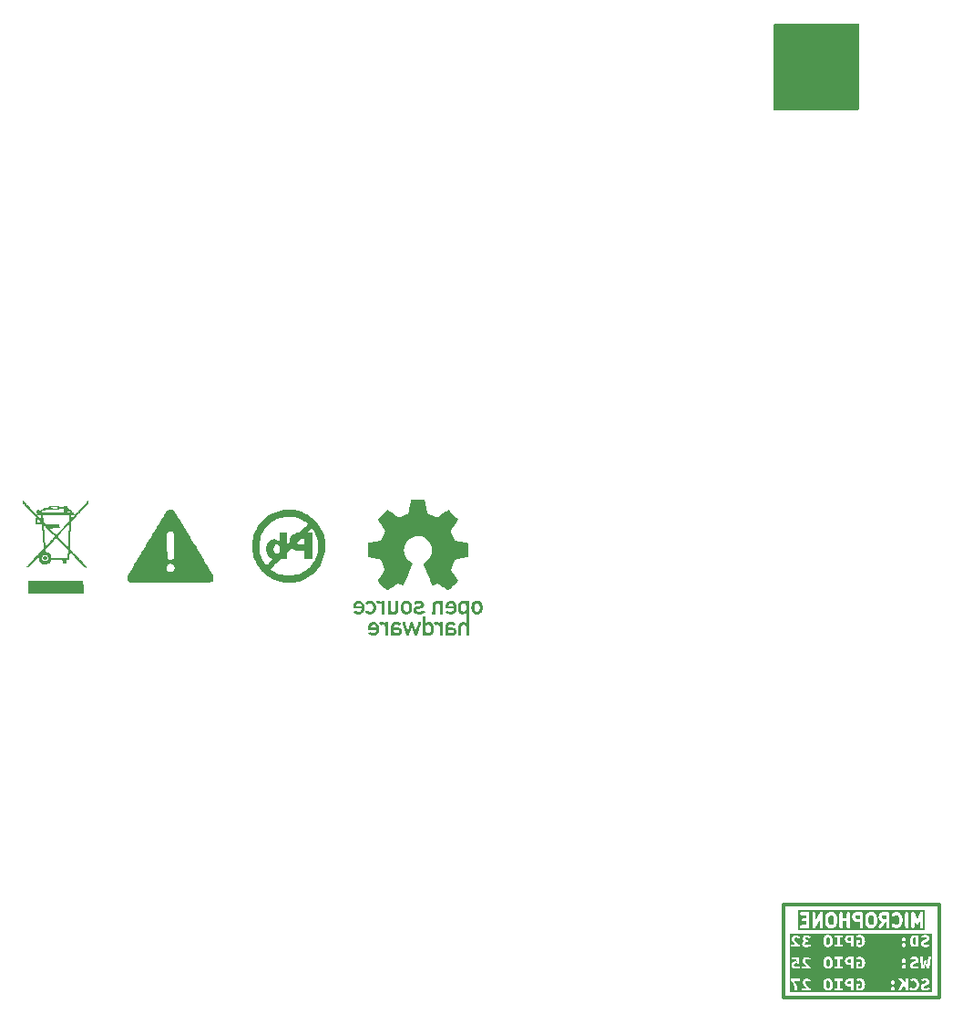
<source format=gbr>
%TF.GenerationSoftware,KiCad,Pcbnew,8.0.8*%
%TF.CreationDate,2025-02-03T17:34:09+01:00*%
%TF.ProjectId,WLEDController,574c4544-436f-46e7-9472-6f6c6c65722e,V1.0*%
%TF.SameCoordinates,Original*%
%TF.FileFunction,Legend,Bot*%
%TF.FilePolarity,Positive*%
%FSLAX46Y46*%
G04 Gerber Fmt 4.6, Leading zero omitted, Abs format (unit mm)*
G04 Created by KiCad (PCBNEW 8.0.8) date 2025-02-03 17:34:09*
%MOMM*%
%LPD*%
G01*
G04 APERTURE LIST*
%ADD10C,0.300000*%
%ADD11C,0.250000*%
%ADD12C,0.000000*%
G04 APERTURE END LIST*
D10*
X167929000Y-135822000D02*
X167929000Y-144458000D01*
X182407000Y-144458000D02*
X182407000Y-135822000D01*
X167929000Y-144458000D02*
X182407000Y-144458000D01*
X182407000Y-135822000D02*
X167929000Y-135822000D01*
G36*
X172520633Y-136798962D02*
G01*
X172588328Y-136866658D01*
X172630916Y-137037007D01*
X172630916Y-137400077D01*
X172588328Y-137570426D01*
X172520633Y-137638122D01*
X172459792Y-137668542D01*
X172302039Y-137668542D01*
X172241199Y-137638122D01*
X172173503Y-137570426D01*
X172130916Y-137400078D01*
X172130916Y-137037006D01*
X172173502Y-136866659D01*
X172241198Y-136798963D01*
X172302041Y-136768542D01*
X172459792Y-136768542D01*
X172520633Y-136798962D01*
G37*
G36*
X176234919Y-136798962D02*
G01*
X176302614Y-136866658D01*
X176345202Y-137037007D01*
X176345202Y-137400077D01*
X176302614Y-137570426D01*
X176234919Y-137638122D01*
X176174078Y-137668542D01*
X176016325Y-137668542D01*
X175955485Y-137638122D01*
X175887789Y-137570426D01*
X175845202Y-137400078D01*
X175845202Y-137037006D01*
X175887788Y-136866659D01*
X175955484Y-136798963D01*
X176016327Y-136768542D01*
X176174078Y-136768542D01*
X176234919Y-136798962D01*
G37*
G36*
X177488059Y-137097114D02*
G01*
X177216327Y-137097114D01*
X177155484Y-137066692D01*
X177132766Y-137043974D01*
X177102345Y-136983132D01*
X177102345Y-136882524D01*
X177132766Y-136821682D01*
X177155484Y-136798963D01*
X177216327Y-136768542D01*
X177488059Y-136768542D01*
X177488059Y-137097114D01*
G37*
G36*
X175030916Y-137097114D02*
G01*
X174759184Y-137097114D01*
X174698341Y-137066692D01*
X174675623Y-137043974D01*
X174645202Y-136983132D01*
X174645202Y-136882524D01*
X174675623Y-136821682D01*
X174698341Y-136798963D01*
X174759184Y-136768542D01*
X175030916Y-136768542D01*
X175030916Y-137097114D01*
G37*
G36*
X181080917Y-138118542D02*
G01*
X169340941Y-138118542D01*
X169340941Y-136589278D01*
X169490941Y-136589278D01*
X169490941Y-136647806D01*
X169513339Y-136701878D01*
X169554723Y-136743262D01*
X169608795Y-136765660D01*
X169638059Y-136768542D01*
X170059487Y-136768542D01*
X170059487Y-137039971D01*
X169809487Y-137039971D01*
X169780223Y-137042853D01*
X169726151Y-137065251D01*
X169684767Y-137106635D01*
X169662369Y-137160707D01*
X169662369Y-137219235D01*
X169684767Y-137273307D01*
X169726151Y-137314691D01*
X169780223Y-137337089D01*
X169809487Y-137339971D01*
X170059487Y-137339971D01*
X170059487Y-137668542D01*
X169638059Y-137668542D01*
X169608795Y-137671424D01*
X169554723Y-137693822D01*
X169513339Y-137735206D01*
X169490941Y-137789278D01*
X169490941Y-137847806D01*
X169513339Y-137901878D01*
X169554723Y-137943262D01*
X169608795Y-137965660D01*
X169638059Y-137968542D01*
X170209487Y-137968542D01*
X170238751Y-137965660D01*
X170292823Y-137943262D01*
X170334207Y-137901878D01*
X170356605Y-137847806D01*
X170359487Y-137818542D01*
X170359487Y-136618542D01*
X170630916Y-136618542D01*
X170630916Y-137818542D01*
X170631657Y-137826067D01*
X170631282Y-137829019D01*
X170632324Y-137832839D01*
X170633798Y-137847806D01*
X170641433Y-137866238D01*
X170646682Y-137885483D01*
X170652536Y-137893042D01*
X170656196Y-137901878D01*
X170670303Y-137915985D01*
X170682517Y-137931757D01*
X170690819Y-137936501D01*
X170697580Y-137943262D01*
X170716010Y-137950896D01*
X170733333Y-137960795D01*
X170742818Y-137962000D01*
X170751652Y-137965660D01*
X170771602Y-137965660D01*
X170791393Y-137968176D01*
X170800618Y-137965660D01*
X170810180Y-137965660D01*
X170828612Y-137958024D01*
X170847857Y-137952776D01*
X170855416Y-137946921D01*
X170864252Y-137943262D01*
X170878359Y-137929154D01*
X170894131Y-137916941D01*
X170902836Y-137904677D01*
X170905636Y-137901878D01*
X170906774Y-137899130D01*
X170911152Y-137892963D01*
X171316630Y-137183376D01*
X171316630Y-137818542D01*
X171319512Y-137847806D01*
X171341910Y-137901878D01*
X171383294Y-137943262D01*
X171437366Y-137965660D01*
X171495894Y-137965660D01*
X171549966Y-137943262D01*
X171591350Y-137901878D01*
X171613748Y-137847806D01*
X171616630Y-137818542D01*
X171616630Y-137018542D01*
X171830916Y-137018542D01*
X171830916Y-137418542D01*
X171831418Y-137423645D01*
X171831093Y-137425833D01*
X171832712Y-137436783D01*
X171833798Y-137447806D01*
X171834645Y-137449850D01*
X171835395Y-137454922D01*
X171892538Y-137683495D01*
X171902431Y-137711186D01*
X171909070Y-137720147D01*
X171913338Y-137730449D01*
X171931993Y-137753180D01*
X172046279Y-137867466D01*
X172057783Y-137876907D01*
X172060378Y-137879899D01*
X172064887Y-137882737D01*
X172069010Y-137886121D01*
X172072671Y-137887637D01*
X172085263Y-137895564D01*
X172199548Y-137952706D01*
X172227012Y-137963216D01*
X172232387Y-137963597D01*
X172237366Y-137965660D01*
X172266630Y-137968542D01*
X172495202Y-137968542D01*
X172524466Y-137965660D01*
X172529444Y-137963597D01*
X172534820Y-137963216D01*
X172562283Y-137952707D01*
X172676569Y-137895565D01*
X172689163Y-137887637D01*
X172692824Y-137886121D01*
X172696944Y-137882739D01*
X172701455Y-137879900D01*
X172704050Y-137876906D01*
X172715554Y-137867466D01*
X172829839Y-137753180D01*
X172848494Y-137730449D01*
X172852760Y-137720147D01*
X172859401Y-137711186D01*
X172869294Y-137683494D01*
X172926437Y-137454922D01*
X172927186Y-137449850D01*
X172928034Y-137447806D01*
X172929119Y-137436783D01*
X172930739Y-137425833D01*
X172930413Y-137423645D01*
X172930916Y-137418542D01*
X172930916Y-137018542D01*
X172930413Y-137013438D01*
X172930739Y-137011251D01*
X172929119Y-137000300D01*
X172928034Y-136989278D01*
X172927186Y-136987233D01*
X172926437Y-136982162D01*
X172869294Y-136753591D01*
X172859401Y-136725899D01*
X172852760Y-136716937D01*
X172848494Y-136706636D01*
X172829839Y-136683905D01*
X172764477Y-136618542D01*
X173145202Y-136618542D01*
X173145202Y-137818542D01*
X173148084Y-137847806D01*
X173170482Y-137901878D01*
X173211866Y-137943262D01*
X173265938Y-137965660D01*
X173324466Y-137965660D01*
X173378538Y-137943262D01*
X173419922Y-137901878D01*
X173442320Y-137847806D01*
X173445202Y-137818542D01*
X173445202Y-137339971D01*
X173830916Y-137339971D01*
X173830916Y-137818542D01*
X173833798Y-137847806D01*
X173856196Y-137901878D01*
X173897580Y-137943262D01*
X173951652Y-137965660D01*
X174010180Y-137965660D01*
X174064252Y-137943262D01*
X174105636Y-137901878D01*
X174128034Y-137847806D01*
X174130916Y-137818542D01*
X174130916Y-136847114D01*
X174345202Y-136847114D01*
X174345202Y-137018542D01*
X174348084Y-137047806D01*
X174350145Y-137052783D01*
X174350528Y-137058161D01*
X174361038Y-137085624D01*
X174418181Y-137199910D01*
X174426108Y-137212503D01*
X174427624Y-137216163D01*
X174431005Y-137220282D01*
X174433846Y-137224796D01*
X174436840Y-137227392D01*
X174446279Y-137238894D01*
X174503422Y-137296037D01*
X174514924Y-137305477D01*
X174517520Y-137308470D01*
X174522030Y-137311309D01*
X174526152Y-137314692D01*
X174529812Y-137316208D01*
X174542405Y-137324135D01*
X174656691Y-137381278D01*
X174684154Y-137391788D01*
X174689531Y-137392170D01*
X174694509Y-137394232D01*
X174723773Y-137397114D01*
X175030916Y-137397114D01*
X175030916Y-137818542D01*
X175033798Y-137847806D01*
X175056196Y-137901878D01*
X175097580Y-137943262D01*
X175151652Y-137965660D01*
X175210180Y-137965660D01*
X175264252Y-137943262D01*
X175305636Y-137901878D01*
X175328034Y-137847806D01*
X175330916Y-137818542D01*
X175330916Y-137018542D01*
X175545202Y-137018542D01*
X175545202Y-137418542D01*
X175545704Y-137423645D01*
X175545379Y-137425833D01*
X175546998Y-137436783D01*
X175548084Y-137447806D01*
X175548931Y-137449850D01*
X175549681Y-137454922D01*
X175606824Y-137683495D01*
X175616717Y-137711186D01*
X175623356Y-137720147D01*
X175627624Y-137730449D01*
X175646279Y-137753180D01*
X175760565Y-137867466D01*
X175772069Y-137876907D01*
X175774664Y-137879899D01*
X175779173Y-137882737D01*
X175783296Y-137886121D01*
X175786957Y-137887637D01*
X175799549Y-137895564D01*
X175913834Y-137952706D01*
X175941298Y-137963216D01*
X175946673Y-137963597D01*
X175951652Y-137965660D01*
X175980916Y-137968542D01*
X176209488Y-137968542D01*
X176238752Y-137965660D01*
X176243730Y-137963597D01*
X176249106Y-137963216D01*
X176276569Y-137952707D01*
X176390855Y-137895565D01*
X176403449Y-137887637D01*
X176407110Y-137886121D01*
X176411230Y-137882739D01*
X176415741Y-137879900D01*
X176418336Y-137876906D01*
X176429840Y-137867466D01*
X176544125Y-137753180D01*
X176562780Y-137730449D01*
X176567046Y-137720147D01*
X176573687Y-137711186D01*
X176583580Y-137683494D01*
X176640723Y-137454922D01*
X176641472Y-137449850D01*
X176642320Y-137447806D01*
X176643405Y-137436783D01*
X176645025Y-137425833D01*
X176644699Y-137423645D01*
X176645202Y-137418542D01*
X176645202Y-137018542D01*
X176644699Y-137013438D01*
X176645025Y-137011251D01*
X176643405Y-137000300D01*
X176642320Y-136989278D01*
X176641472Y-136987233D01*
X176640723Y-136982162D01*
X176606961Y-136847114D01*
X176802345Y-136847114D01*
X176802345Y-137018542D01*
X176805227Y-137047806D01*
X176807288Y-137052783D01*
X176807671Y-137058161D01*
X176818181Y-137085624D01*
X176875324Y-137199910D01*
X176883251Y-137212503D01*
X176884767Y-137216163D01*
X176888148Y-137220282D01*
X176890989Y-137224796D01*
X176893983Y-137227392D01*
X176903422Y-137238894D01*
X176960565Y-137296037D01*
X176972067Y-137305477D01*
X176974663Y-137308470D01*
X176979173Y-137311309D01*
X176983295Y-137314692D01*
X176986955Y-137316208D01*
X176999548Y-137324135D01*
X177085313Y-137367017D01*
X176829460Y-137732523D01*
X176815039Y-137758149D01*
X176802380Y-137815291D01*
X176812551Y-137872926D01*
X176844004Y-137922284D01*
X176891952Y-137955848D01*
X176949094Y-137968507D01*
X177006729Y-137958336D01*
X177056087Y-137926883D01*
X177075230Y-137904561D01*
X177430443Y-137397114D01*
X177488059Y-137397114D01*
X177488059Y-137818542D01*
X177490941Y-137847806D01*
X177513339Y-137901878D01*
X177554723Y-137943262D01*
X177608795Y-137965660D01*
X177667323Y-137965660D01*
X177721395Y-137943262D01*
X177762779Y-137901878D01*
X177785177Y-137847806D01*
X177788059Y-137818542D01*
X177788059Y-136703565D01*
X178005227Y-136703565D01*
X178005227Y-136762091D01*
X178027624Y-136816163D01*
X178069010Y-136857549D01*
X178123082Y-136879946D01*
X178181608Y-136879946D01*
X178235680Y-136857549D01*
X178258411Y-136838894D01*
X178290516Y-136806788D01*
X178405256Y-136768542D01*
X178470862Y-136768542D01*
X178585602Y-136806788D01*
X178657637Y-136878824D01*
X178696532Y-136956613D01*
X178745202Y-137151293D01*
X178745202Y-137285792D01*
X178696532Y-137480472D01*
X178657637Y-137558260D01*
X178585603Y-137630294D01*
X178470860Y-137668542D01*
X178405259Y-137668542D01*
X178290514Y-137630294D01*
X178258411Y-137598191D01*
X178235680Y-137579536D01*
X178181608Y-137557139D01*
X178123082Y-137557139D01*
X178069010Y-137579536D01*
X178027624Y-137620922D01*
X178005227Y-137674994D01*
X178005227Y-137733520D01*
X178027624Y-137787592D01*
X178046279Y-137810323D01*
X178103422Y-137867466D01*
X178126152Y-137886121D01*
X178131131Y-137888183D01*
X178135203Y-137891715D01*
X178162054Y-137903703D01*
X178333483Y-137960845D01*
X178347993Y-137964144D01*
X178351652Y-137965660D01*
X178356954Y-137966182D01*
X178362156Y-137967365D01*
X178366110Y-137967083D01*
X178380916Y-137968542D01*
X178495202Y-137968542D01*
X178510007Y-137967083D01*
X178513962Y-137967365D01*
X178519163Y-137966182D01*
X178524466Y-137965660D01*
X178528124Y-137964144D01*
X178542635Y-137960845D01*
X178714065Y-137903703D01*
X178740916Y-137891715D01*
X178744987Y-137888183D01*
X178749967Y-137886121D01*
X178772697Y-137867466D01*
X178886982Y-137753180D01*
X178896421Y-137741678D01*
X178899415Y-137739082D01*
X178902255Y-137734568D01*
X178905637Y-137730449D01*
X178907152Y-137726789D01*
X178915080Y-137714196D01*
X178972223Y-137599910D01*
X178973041Y-137597771D01*
X178973687Y-137596900D01*
X178978071Y-137584626D01*
X178982733Y-137572446D01*
X178982809Y-137571363D01*
X178983580Y-137569208D01*
X179040723Y-137340637D01*
X179041472Y-137335565D01*
X179042320Y-137333521D01*
X179043405Y-137322498D01*
X179045025Y-137311548D01*
X179044699Y-137309360D01*
X179045202Y-137304257D01*
X179045202Y-137132828D01*
X179044699Y-137127724D01*
X179045025Y-137125537D01*
X179043405Y-137114586D01*
X179042320Y-137103564D01*
X179041472Y-137101519D01*
X179040723Y-137096448D01*
X178983580Y-136867877D01*
X178982809Y-136865721D01*
X178982733Y-136864639D01*
X178978071Y-136852458D01*
X178973687Y-136840185D01*
X178973041Y-136839313D01*
X178972223Y-136837175D01*
X178915080Y-136722889D01*
X178907152Y-136710295D01*
X178905637Y-136706636D01*
X178902255Y-136702516D01*
X178899415Y-136698003D01*
X178896421Y-136695406D01*
X178886982Y-136683905D01*
X178821620Y-136618542D01*
X179259488Y-136618542D01*
X179259488Y-137818542D01*
X179262370Y-137847806D01*
X179284768Y-137901878D01*
X179326152Y-137943262D01*
X179380224Y-137965660D01*
X179438752Y-137965660D01*
X179492824Y-137943262D01*
X179534208Y-137901878D01*
X179556606Y-137847806D01*
X179559488Y-137818542D01*
X179559488Y-136618542D01*
X179830917Y-136618542D01*
X179830917Y-137818542D01*
X179833799Y-137847806D01*
X179856197Y-137901878D01*
X179897581Y-137943262D01*
X179951653Y-137965660D01*
X180010181Y-137965660D01*
X180064253Y-137943262D01*
X180105637Y-137901878D01*
X180128035Y-137847806D01*
X180130917Y-137818542D01*
X180130917Y-137294675D01*
X180244990Y-137539118D01*
X180251336Y-137549831D01*
X180252657Y-137553463D01*
X180255008Y-137556031D01*
X180259977Y-137564418D01*
X180276782Y-137579808D01*
X180292184Y-137596626D01*
X180298227Y-137599446D01*
X180303140Y-137603945D01*
X180324557Y-137611733D01*
X180345221Y-137621376D01*
X180351879Y-137621668D01*
X180358142Y-137623946D01*
X180380917Y-137622944D01*
X180403692Y-137623946D01*
X180409954Y-137621668D01*
X180416613Y-137621376D01*
X180437274Y-137611734D01*
X180458695Y-137603945D01*
X180463608Y-137599445D01*
X180469650Y-137596626D01*
X180485045Y-137579813D01*
X180501858Y-137564418D01*
X180506826Y-137556029D01*
X180509177Y-137553463D01*
X180510496Y-137549833D01*
X180516844Y-137539118D01*
X180630917Y-137294676D01*
X180630917Y-137818542D01*
X180633799Y-137847806D01*
X180656197Y-137901878D01*
X180697581Y-137943262D01*
X180751653Y-137965660D01*
X180810181Y-137965660D01*
X180864253Y-137943262D01*
X180905637Y-137901878D01*
X180928035Y-137847806D01*
X180930917Y-137818542D01*
X180930917Y-136618542D01*
X180929022Y-136599304D01*
X180929178Y-136595766D01*
X180928486Y-136593865D01*
X180928035Y-136589278D01*
X180918074Y-136565232D01*
X180909177Y-136540764D01*
X180906917Y-136538296D01*
X180905637Y-136535206D01*
X180887239Y-136516808D01*
X180869650Y-136497601D01*
X180866616Y-136496185D01*
X180864253Y-136493822D01*
X180840212Y-136483863D01*
X180816613Y-136472851D01*
X180813271Y-136472704D01*
X180810181Y-136471424D01*
X180784147Y-136471424D01*
X180758142Y-136470281D01*
X180754999Y-136471424D01*
X180751653Y-136471424D01*
X180727600Y-136481387D01*
X180703140Y-136490282D01*
X180700672Y-136492541D01*
X180697581Y-136493822D01*
X180679172Y-136512230D01*
X180659977Y-136529809D01*
X180657627Y-136533775D01*
X180656197Y-136535206D01*
X180654841Y-136538478D01*
X180644990Y-136555109D01*
X180380917Y-137120979D01*
X180116844Y-136555109D01*
X180106990Y-136538474D01*
X180105637Y-136535206D01*
X180104208Y-136533777D01*
X180101858Y-136529809D01*
X180082650Y-136512219D01*
X180064253Y-136493822D01*
X180061162Y-136492541D01*
X180058695Y-136490282D01*
X180034229Y-136481385D01*
X180010181Y-136471424D01*
X180006835Y-136471424D01*
X180003692Y-136470281D01*
X179977687Y-136471424D01*
X179951653Y-136471424D01*
X179948562Y-136472704D01*
X179945221Y-136472851D01*
X179921621Y-136483863D01*
X179897581Y-136493822D01*
X179895217Y-136496185D01*
X179892184Y-136497601D01*
X179874594Y-136516808D01*
X179856197Y-136535206D01*
X179854916Y-136538296D01*
X179852657Y-136540764D01*
X179843760Y-136565229D01*
X179833799Y-136589278D01*
X179833347Y-136593866D01*
X179832656Y-136595767D01*
X179832811Y-136599305D01*
X179830917Y-136618542D01*
X179559488Y-136618542D01*
X179556606Y-136589278D01*
X179534208Y-136535206D01*
X179492824Y-136493822D01*
X179438752Y-136471424D01*
X179380224Y-136471424D01*
X179326152Y-136493822D01*
X179284768Y-136535206D01*
X179262370Y-136589278D01*
X179259488Y-136618542D01*
X178821620Y-136618542D01*
X178772697Y-136569619D01*
X178749967Y-136550964D01*
X178744985Y-136548900D01*
X178740916Y-136545371D01*
X178714065Y-136533382D01*
X178542636Y-136476240D01*
X178528128Y-136472941D01*
X178524466Y-136471424D01*
X178519157Y-136470901D01*
X178513963Y-136469720D01*
X178510013Y-136470000D01*
X178495202Y-136468542D01*
X178380916Y-136468542D01*
X178366104Y-136470000D01*
X178362155Y-136469720D01*
X178356960Y-136470901D01*
X178351652Y-136471424D01*
X178347989Y-136472941D01*
X178333482Y-136476240D01*
X178162054Y-136533383D01*
X178135203Y-136545371D01*
X178131133Y-136548900D01*
X178126152Y-136550964D01*
X178103422Y-136569619D01*
X178046279Y-136626762D01*
X178027624Y-136649493D01*
X178005227Y-136703565D01*
X177788059Y-136703565D01*
X177788059Y-136618542D01*
X177785177Y-136589278D01*
X177762779Y-136535206D01*
X177721395Y-136493822D01*
X177667323Y-136471424D01*
X177638059Y-136468542D01*
X177180916Y-136468542D01*
X177151652Y-136471424D01*
X177146674Y-136473485D01*
X177141297Y-136473868D01*
X177113834Y-136484378D01*
X176999548Y-136541521D01*
X176986955Y-136549447D01*
X176983295Y-136550964D01*
X176979173Y-136554346D01*
X176974663Y-136557186D01*
X176972067Y-136560178D01*
X176960565Y-136569619D01*
X176903422Y-136626762D01*
X176893983Y-136638263D01*
X176890989Y-136640860D01*
X176888148Y-136645373D01*
X176884767Y-136649493D01*
X176883251Y-136653152D01*
X176875324Y-136665746D01*
X176818181Y-136780032D01*
X176807671Y-136807495D01*
X176807288Y-136812872D01*
X176805227Y-136817850D01*
X176802345Y-136847114D01*
X176606961Y-136847114D01*
X176583580Y-136753591D01*
X176573687Y-136725899D01*
X176567046Y-136716937D01*
X176562780Y-136706636D01*
X176544125Y-136683905D01*
X176429840Y-136569619D01*
X176418337Y-136560178D01*
X176415742Y-136557186D01*
X176411232Y-136554347D01*
X176407110Y-136550964D01*
X176403447Y-136549446D01*
X176390856Y-136541521D01*
X176276570Y-136484378D01*
X176249107Y-136473868D01*
X176243729Y-136473485D01*
X176238752Y-136471424D01*
X176209488Y-136468542D01*
X175980916Y-136468542D01*
X175951652Y-136471424D01*
X175946674Y-136473485D01*
X175941297Y-136473868D01*
X175913834Y-136484378D01*
X175799548Y-136541521D01*
X175786954Y-136549448D01*
X175783296Y-136550964D01*
X175779176Y-136554344D01*
X175774663Y-136557186D01*
X175772066Y-136560180D01*
X175760565Y-136569619D01*
X175646279Y-136683905D01*
X175627624Y-136706636D01*
X175623356Y-136716937D01*
X175616717Y-136725899D01*
X175606824Y-136753590D01*
X175549681Y-136982162D01*
X175548931Y-136987233D01*
X175548084Y-136989278D01*
X175546998Y-137000300D01*
X175545379Y-137011251D01*
X175545704Y-137013438D01*
X175545202Y-137018542D01*
X175330916Y-137018542D01*
X175330916Y-136618542D01*
X175328034Y-136589278D01*
X175305636Y-136535206D01*
X175264252Y-136493822D01*
X175210180Y-136471424D01*
X175180916Y-136468542D01*
X174723773Y-136468542D01*
X174694509Y-136471424D01*
X174689531Y-136473485D01*
X174684154Y-136473868D01*
X174656691Y-136484378D01*
X174542405Y-136541521D01*
X174529812Y-136549447D01*
X174526152Y-136550964D01*
X174522030Y-136554346D01*
X174517520Y-136557186D01*
X174514924Y-136560178D01*
X174503422Y-136569619D01*
X174446279Y-136626762D01*
X174436840Y-136638263D01*
X174433846Y-136640860D01*
X174431005Y-136645373D01*
X174427624Y-136649493D01*
X174426108Y-136653152D01*
X174418181Y-136665746D01*
X174361038Y-136780032D01*
X174350528Y-136807495D01*
X174350145Y-136812872D01*
X174348084Y-136817850D01*
X174345202Y-136847114D01*
X174130916Y-136847114D01*
X174130916Y-136618542D01*
X174128034Y-136589278D01*
X174105636Y-136535206D01*
X174064252Y-136493822D01*
X174010180Y-136471424D01*
X173951652Y-136471424D01*
X173897580Y-136493822D01*
X173856196Y-136535206D01*
X173833798Y-136589278D01*
X173830916Y-136618542D01*
X173830916Y-137039971D01*
X173445202Y-137039971D01*
X173445202Y-136618542D01*
X173442320Y-136589278D01*
X173419922Y-136535206D01*
X173378538Y-136493822D01*
X173324466Y-136471424D01*
X173265938Y-136471424D01*
X173211866Y-136493822D01*
X173170482Y-136535206D01*
X173148084Y-136589278D01*
X173145202Y-136618542D01*
X172764477Y-136618542D01*
X172715554Y-136569619D01*
X172704051Y-136560178D01*
X172701456Y-136557186D01*
X172696946Y-136554347D01*
X172692824Y-136550964D01*
X172689161Y-136549446D01*
X172676570Y-136541521D01*
X172562284Y-136484378D01*
X172534821Y-136473868D01*
X172529443Y-136473485D01*
X172524466Y-136471424D01*
X172495202Y-136468542D01*
X172266630Y-136468542D01*
X172237366Y-136471424D01*
X172232388Y-136473485D01*
X172227011Y-136473868D01*
X172199548Y-136484378D01*
X172085262Y-136541521D01*
X172072668Y-136549448D01*
X172069010Y-136550964D01*
X172064890Y-136554344D01*
X172060377Y-136557186D01*
X172057780Y-136560180D01*
X172046279Y-136569619D01*
X171931993Y-136683905D01*
X171913338Y-136706636D01*
X171909070Y-136716937D01*
X171902431Y-136725899D01*
X171892538Y-136753590D01*
X171835395Y-136982162D01*
X171834645Y-136987233D01*
X171833798Y-136989278D01*
X171832712Y-137000300D01*
X171831093Y-137011251D01*
X171831418Y-137013438D01*
X171830916Y-137018542D01*
X171616630Y-137018542D01*
X171616630Y-136618542D01*
X171615888Y-136611011D01*
X171616263Y-136608065D01*
X171615222Y-136604249D01*
X171613748Y-136589278D01*
X171606111Y-136570842D01*
X171600864Y-136551601D01*
X171595009Y-136544041D01*
X171591350Y-136535206D01*
X171577242Y-136521098D01*
X171565029Y-136505327D01*
X171556726Y-136500582D01*
X171549966Y-136493822D01*
X171531535Y-136486187D01*
X171514213Y-136476289D01*
X171504728Y-136475083D01*
X171495894Y-136471424D01*
X171475938Y-136471424D01*
X171456152Y-136468909D01*
X171446930Y-136471424D01*
X171437366Y-136471424D01*
X171418931Y-136479060D01*
X171399689Y-136484308D01*
X171392129Y-136490162D01*
X171383294Y-136493822D01*
X171369186Y-136507929D01*
X171353415Y-136520143D01*
X171344708Y-136532407D01*
X171341910Y-136535206D01*
X171340772Y-136537951D01*
X171336393Y-136544121D01*
X170930916Y-137253707D01*
X170930916Y-136618542D01*
X170928034Y-136589278D01*
X170905636Y-136535206D01*
X170864252Y-136493822D01*
X170810180Y-136471424D01*
X170751652Y-136471424D01*
X170697580Y-136493822D01*
X170656196Y-136535206D01*
X170633798Y-136589278D01*
X170630916Y-136618542D01*
X170359487Y-136618542D01*
X170356605Y-136589278D01*
X170334207Y-136535206D01*
X170292823Y-136493822D01*
X170238751Y-136471424D01*
X170209487Y-136468542D01*
X169638059Y-136468542D01*
X169608795Y-136471424D01*
X169554723Y-136493822D01*
X169513339Y-136535206D01*
X169490941Y-136589278D01*
X169340941Y-136589278D01*
X169340941Y-136318542D01*
X181080917Y-136318542D01*
X181080917Y-138118542D01*
G37*
D11*
G36*
X172128996Y-142839967D02*
G01*
X172182052Y-142869950D01*
X172224235Y-142924867D01*
X172250229Y-142989152D01*
X172264536Y-143052397D01*
X172272697Y-143125913D01*
X172274574Y-143187660D01*
X172273736Y-143231255D01*
X172267167Y-143310255D01*
X172254363Y-143378257D01*
X172230126Y-143447648D01*
X172197380Y-143499516D01*
X172147816Y-143538365D01*
X172088168Y-143551387D01*
X172037773Y-143542338D01*
X171986386Y-143507771D01*
X171951953Y-143459429D01*
X171925893Y-143393528D01*
X171911542Y-143328290D01*
X171903352Y-143252030D01*
X171901468Y-143187660D01*
X171902309Y-143145872D01*
X171908903Y-143069822D01*
X171921747Y-143003988D01*
X171946049Y-142936393D01*
X171978863Y-142885521D01*
X172028492Y-142847146D01*
X172088168Y-142834192D01*
X172128996Y-142839967D01*
G37*
G36*
X174230959Y-143183264D02*
G01*
X174104930Y-143183264D01*
X174046316Y-143178907D01*
X173989431Y-143162307D01*
X173936103Y-143121255D01*
X173910238Y-143067995D01*
X173903283Y-143009754D01*
X173905137Y-142979721D01*
X173927906Y-142917012D01*
X173975840Y-142877339D01*
X174037671Y-142859297D01*
X174104930Y-142854709D01*
X174230959Y-142854709D01*
X174230959Y-143183264D01*
G37*
G36*
X172128996Y-140823967D02*
G01*
X172182052Y-140853950D01*
X172224235Y-140908867D01*
X172250229Y-140973152D01*
X172264536Y-141036397D01*
X172272697Y-141109913D01*
X172274574Y-141171660D01*
X172273736Y-141215255D01*
X172267167Y-141294255D01*
X172254363Y-141362257D01*
X172230126Y-141431648D01*
X172197380Y-141483516D01*
X172147816Y-141522365D01*
X172088168Y-141535387D01*
X172037773Y-141526338D01*
X171986386Y-141491771D01*
X171951953Y-141443429D01*
X171925893Y-141377528D01*
X171911542Y-141312290D01*
X171903352Y-141236030D01*
X171901468Y-141171660D01*
X171902309Y-141129872D01*
X171908903Y-141053822D01*
X171921747Y-140987988D01*
X171946049Y-140920393D01*
X171978863Y-140869521D01*
X172028492Y-140831146D01*
X172088168Y-140818192D01*
X172128996Y-140823967D01*
G37*
G36*
X174230959Y-141167264D02*
G01*
X174104930Y-141167264D01*
X174046316Y-141162907D01*
X173989431Y-141146307D01*
X173936103Y-141105255D01*
X173910238Y-141051995D01*
X173903283Y-140993754D01*
X173905137Y-140963721D01*
X173927906Y-140901012D01*
X173975840Y-140861339D01*
X174037671Y-140843297D01*
X174104930Y-140838709D01*
X174230959Y-140838709D01*
X174230959Y-141167264D01*
G37*
G36*
X172128996Y-138807967D02*
G01*
X172182052Y-138837950D01*
X172224235Y-138892867D01*
X172250229Y-138957152D01*
X172264536Y-139020397D01*
X172272697Y-139093913D01*
X172274574Y-139155660D01*
X172273736Y-139199255D01*
X172267167Y-139278255D01*
X172254363Y-139346257D01*
X172230126Y-139415648D01*
X172197380Y-139467516D01*
X172147816Y-139506365D01*
X172088168Y-139519387D01*
X172037773Y-139510338D01*
X171986386Y-139475771D01*
X171951953Y-139427429D01*
X171925893Y-139361528D01*
X171911542Y-139296290D01*
X171903352Y-139220030D01*
X171901468Y-139155660D01*
X171902309Y-139113872D01*
X171908903Y-139037822D01*
X171921747Y-138971988D01*
X171946049Y-138904393D01*
X171978863Y-138853521D01*
X172028492Y-138815146D01*
X172088168Y-138802192D01*
X172128996Y-138807967D01*
G37*
G36*
X174230959Y-139151264D02*
G01*
X174104930Y-139151264D01*
X174046316Y-139146907D01*
X173989431Y-139130307D01*
X173936103Y-139089255D01*
X173910238Y-139035995D01*
X173903283Y-138977754D01*
X173905137Y-138947721D01*
X173927906Y-138885012D01*
X173975840Y-138845339D01*
X174037671Y-138827297D01*
X174104930Y-138822709D01*
X174230959Y-138822709D01*
X174230959Y-139151264D01*
G37*
G36*
X180273039Y-139514111D02*
G01*
X180232592Y-139514111D01*
X180185955Y-139511680D01*
X180115502Y-139496045D01*
X180055353Y-139464341D01*
X180006904Y-139414739D01*
X179977505Y-139360939D01*
X179957202Y-139293573D01*
X179948372Y-139233583D01*
X179945362Y-139165039D01*
X179946708Y-139118537D01*
X179953631Y-139056347D01*
X179971549Y-138986779D01*
X179998740Y-138931399D01*
X180044683Y-138880348D01*
X180102603Y-138847361D01*
X180171107Y-138830157D01*
X180232592Y-138826226D01*
X180273039Y-138826226D01*
X180273039Y-139514111D01*
G37*
G36*
X181771884Y-143898090D02*
G01*
X168535630Y-143898090D01*
X168535630Y-142828037D01*
X168668963Y-142828037D01*
X168693661Y-142855865D01*
X168739191Y-142910006D01*
X168779816Y-142962514D01*
X168815842Y-143013852D01*
X168861918Y-143089681D01*
X168899348Y-143165487D01*
X168929155Y-143242835D01*
X168952363Y-143323289D01*
X168969994Y-143408415D01*
X168979155Y-143468534D01*
X168986595Y-143531888D01*
X168992617Y-143598941D01*
X168997525Y-143670157D01*
X169001622Y-143746000D01*
X169250163Y-143746000D01*
X169248113Y-143712920D01*
X169243026Y-143648985D01*
X169236504Y-143587778D01*
X169229197Y-143537905D01*
X169681594Y-143537905D01*
X169681594Y-143746000D01*
X170482906Y-143746000D01*
X170482906Y-143605023D01*
X170454545Y-143581118D01*
X170399666Y-143534602D01*
X170347374Y-143489757D01*
X170297821Y-143446511D01*
X170251161Y-143404798D01*
X170207546Y-143364548D01*
X170148171Y-143306765D01*
X170096511Y-143251889D01*
X170053083Y-143199686D01*
X170045010Y-143187660D01*
X171647944Y-143187660D01*
X171648468Y-143222658D01*
X171652600Y-143289462D01*
X171660727Y-143351990D01*
X171680088Y-143437709D01*
X171707622Y-143513662D01*
X171742840Y-143579767D01*
X171785254Y-143635935D01*
X171834375Y-143682083D01*
X171889715Y-143718125D01*
X171950786Y-143743975D01*
X172017100Y-143759547D01*
X172088168Y-143764757D01*
X172136002Y-143762440D01*
X172203905Y-143750312D01*
X172266752Y-143727878D01*
X172324050Y-143695224D01*
X172375307Y-143652436D01*
X172420030Y-143599598D01*
X172457726Y-143536796D01*
X172487903Y-143464116D01*
X172510068Y-143381643D01*
X172520150Y-143321263D01*
X172526306Y-143256593D01*
X172528391Y-143187660D01*
X172527867Y-143153439D01*
X172523728Y-143088068D01*
X172515591Y-143026821D01*
X172496206Y-142942755D01*
X172468645Y-142868156D01*
X172467710Y-142866432D01*
X172714211Y-142866432D01*
X172969787Y-142866432D01*
X172969787Y-143537905D01*
X172714211Y-143537905D01*
X172714211Y-143746000D01*
X173473611Y-143746000D01*
X173473611Y-143537905D01*
X173218328Y-143537905D01*
X173218328Y-143009754D01*
X173661482Y-143009754D01*
X173662053Y-143033328D01*
X173670373Y-143099122D01*
X173687988Y-143157631D01*
X173724559Y-143224543D01*
X173774353Y-143279061D01*
X173835487Y-143321506D01*
X173906073Y-143352197D01*
X173964083Y-143367693D01*
X174025553Y-143376892D01*
X174089689Y-143379928D01*
X174230959Y-143379928D01*
X174230959Y-143746000D01*
X174478035Y-143746000D01*
X174478035Y-143126990D01*
X174690819Y-143126990D01*
X174690819Y-143632280D01*
X174737910Y-143670082D01*
X174794900Y-143704465D01*
X174848666Y-143728840D01*
X174907034Y-143747904D01*
X174968971Y-143760322D01*
X175033443Y-143764757D01*
X175085356Y-143762498D01*
X175160104Y-143750677D01*
X175230392Y-143728812D01*
X175295416Y-143696991D01*
X175354376Y-143655297D01*
X175406467Y-143603816D01*
X175432403Y-143568093D01*
X177928600Y-143568093D01*
X177934216Y-143618066D01*
X177959667Y-143679134D01*
X178003273Y-143726412D01*
X178062420Y-143756127D01*
X178123506Y-143764757D01*
X178174928Y-143758719D01*
X178203847Y-143746000D01*
X178635244Y-143746000D01*
X178909284Y-143746000D01*
X179142878Y-143283794D01*
X179268907Y-143449098D01*
X179268907Y-143746000D01*
X179519207Y-143746000D01*
X179519207Y-143603557D01*
X179681580Y-143603557D01*
X179698676Y-143622804D01*
X179744766Y-143665703D01*
X179795496Y-143701059D01*
X179850686Y-143728756D01*
X179910155Y-143748681D01*
X179973721Y-143760719D01*
X180041203Y-143764757D01*
X180091723Y-143762497D01*
X180165257Y-143750666D01*
X180235221Y-143728767D01*
X180300633Y-143696872D01*
X180360511Y-143655051D01*
X180413872Y-143603377D01*
X180459734Y-143541919D01*
X180497115Y-143470749D01*
X180513302Y-143423892D01*
X180719417Y-143423892D01*
X180726522Y-143491132D01*
X180747572Y-143554432D01*
X180782168Y-143612244D01*
X180829912Y-143663018D01*
X180890406Y-143705205D01*
X180943903Y-143730279D01*
X181004180Y-143748998D01*
X181071068Y-143760709D01*
X181144399Y-143764757D01*
X181172180Y-143764130D01*
X181241608Y-143757091D01*
X181310325Y-143742300D01*
X181377485Y-143719828D01*
X181442244Y-143689751D01*
X181503756Y-143652142D01*
X181561175Y-143607074D01*
X181418440Y-143435909D01*
X181402765Y-143448411D01*
X181353145Y-143482639D01*
X181300155Y-143511116D01*
X181244468Y-143532778D01*
X181186757Y-143546557D01*
X181127693Y-143551387D01*
X181108522Y-143550916D01*
X181044985Y-143540230D01*
X180994208Y-143509870D01*
X180973234Y-143454667D01*
X180985077Y-143405533D01*
X181030580Y-143362968D01*
X181088528Y-143334723D01*
X181142934Y-143311931D01*
X181283911Y-143250675D01*
X181306724Y-143241466D01*
X181361626Y-143213231D01*
X181411660Y-143177238D01*
X181454546Y-143133099D01*
X181488002Y-143080425D01*
X181509749Y-143018825D01*
X181517505Y-142947912D01*
X181515597Y-142914096D01*
X181500743Y-142849785D01*
X181472074Y-142790940D01*
X181430677Y-142738802D01*
X181377636Y-142694615D01*
X181314037Y-142659623D01*
X181240965Y-142635069D01*
X181180597Y-142624251D01*
X181115969Y-142620528D01*
X181091083Y-142621118D01*
X181029192Y-142627695D01*
X180968380Y-142641440D01*
X180909420Y-142662200D01*
X180853083Y-142689820D01*
X180800141Y-142724146D01*
X180751364Y-142765023D01*
X180877393Y-142922413D01*
X180891503Y-142912197D01*
X180947696Y-142877146D01*
X181006684Y-142851993D01*
X181063941Y-142838731D01*
X181129452Y-142834192D01*
X181137093Y-142834296D01*
X181197896Y-142844394D01*
X181248723Y-142878272D01*
X181267205Y-142934429D01*
X181246777Y-142986247D01*
X181197676Y-143020680D01*
X181143144Y-143044286D01*
X181087247Y-143065148D01*
X180954476Y-143123180D01*
X180928024Y-143133777D01*
X180867777Y-143164251D01*
X180816604Y-143200965D01*
X180775342Y-143244602D01*
X180744832Y-143295846D01*
X180725910Y-143355381D01*
X180719417Y-143423892D01*
X180513302Y-143423892D01*
X180525032Y-143389938D01*
X180537900Y-143330743D01*
X180545835Y-143267316D01*
X180548545Y-143199677D01*
X180547876Y-143165705D01*
X180542616Y-143100532D01*
X180532333Y-143039125D01*
X180508025Y-142954254D01*
X180473794Y-142878321D01*
X180430469Y-142811605D01*
X180378879Y-142754386D01*
X180319853Y-142706943D01*
X180254220Y-142669556D01*
X180182807Y-142642505D01*
X180106445Y-142626069D01*
X180025963Y-142620528D01*
X179974869Y-142623566D01*
X179914620Y-142635130D01*
X179858698Y-142653985D01*
X179797766Y-142684213D01*
X179744106Y-142720391D01*
X179698286Y-142760040D01*
X179834574Y-142913913D01*
X179849362Y-142900975D01*
X179902264Y-142864731D01*
X179962777Y-142841465D01*
X180025963Y-142834192D01*
X180054483Y-142835754D01*
X180120903Y-142852984D01*
X180179008Y-142888412D01*
X180227119Y-142940992D01*
X180257287Y-142994702D01*
X180279127Y-143058183D01*
X180291782Y-143130901D01*
X180294727Y-143191177D01*
X180293407Y-143232752D01*
X180283120Y-143308985D01*
X180263257Y-143375634D01*
X180234561Y-143432262D01*
X180197772Y-143478433D01*
X180141537Y-143520777D01*
X180075266Y-143545250D01*
X180015997Y-143551387D01*
X179972922Y-143547397D01*
X179913553Y-143527593D01*
X179860201Y-143493396D01*
X179817575Y-143452908D01*
X179681580Y-143603557D01*
X179519207Y-143603557D01*
X179519207Y-142658044D01*
X179268907Y-142658044D01*
X179268907Y-143103836D01*
X179263632Y-143103836D01*
X178939473Y-142658044D01*
X178665725Y-142658044D01*
X178994867Y-143090354D01*
X178635244Y-143746000D01*
X178203847Y-143746000D01*
X178236052Y-143731836D01*
X178282080Y-143686882D01*
X178310346Y-143627648D01*
X178318412Y-143568386D01*
X178312778Y-143518298D01*
X178287268Y-143456789D01*
X178243613Y-143408943D01*
X178184483Y-143378756D01*
X178123506Y-143369963D01*
X178071986Y-143376117D01*
X178010832Y-143403441D01*
X177964846Y-143448963D01*
X177936641Y-143508669D01*
X177928600Y-143568093D01*
X175432403Y-143568093D01*
X175450887Y-143542635D01*
X175486833Y-143471838D01*
X175513503Y-143391511D01*
X175525733Y-143332707D01*
X175533245Y-143269731D01*
X175535802Y-143202608D01*
X175535158Y-143168060D01*
X175530091Y-143101901D01*
X175520180Y-143039712D01*
X175516236Y-143025288D01*
X177928600Y-143025288D01*
X177934216Y-143075163D01*
X177959667Y-143136200D01*
X178003273Y-143183521D01*
X178062420Y-143213297D01*
X178123506Y-143221952D01*
X178174928Y-143215895D01*
X178236052Y-143188938D01*
X178282080Y-143143889D01*
X178310346Y-143084577D01*
X178318412Y-143025288D01*
X178312778Y-142975297D01*
X178287268Y-142913819D01*
X178243613Y-142865931D01*
X178184483Y-142835682D01*
X178123506Y-142826865D01*
X178071986Y-142833037D01*
X178010832Y-142860435D01*
X177964846Y-142906051D01*
X177936641Y-142965836D01*
X177928600Y-143025288D01*
X175516236Y-143025288D01*
X175496743Y-142954007D01*
X175463719Y-142877587D01*
X175421895Y-142810666D01*
X175372059Y-142753456D01*
X175314996Y-142706170D01*
X175251494Y-142669021D01*
X175182339Y-142642223D01*
X175108319Y-142625988D01*
X175030219Y-142620528D01*
X174989785Y-142622296D01*
X174927564Y-142632435D01*
X174871525Y-142650216D01*
X174811986Y-142679450D01*
X174760330Y-142714758D01*
X174709284Y-142760040D01*
X174845279Y-142915085D01*
X174863191Y-142897725D01*
X174911886Y-142862100D01*
X174971111Y-142840031D01*
X175030219Y-142834192D01*
X175056552Y-142835774D01*
X175118083Y-142853215D01*
X175172141Y-142889045D01*
X175217071Y-142942173D01*
X175245329Y-142996394D01*
X175265836Y-143060425D01*
X175277743Y-143133706D01*
X175280519Y-143194401D01*
X175280264Y-143215256D01*
X175274128Y-143293038D01*
X175259826Y-143361474D01*
X175237373Y-143420121D01*
X175197874Y-143478987D01*
X175145702Y-143520999D01*
X175080889Y-143545292D01*
X175019961Y-143551387D01*
X174966498Y-143544778D01*
X174912690Y-143517681D01*
X174912690Y-143328637D01*
X175072131Y-143328637D01*
X175072131Y-143126990D01*
X174690819Y-143126990D01*
X174478035Y-143126990D01*
X174478035Y-142658044D01*
X174089689Y-142658044D01*
X174067625Y-142658304D01*
X174003297Y-142662325D01*
X173942327Y-142671554D01*
X173885436Y-142686428D01*
X173817174Y-142715802D01*
X173759159Y-142757034D01*
X173713099Y-142811165D01*
X173680706Y-142879235D01*
X173666409Y-142940062D01*
X173661482Y-143009754D01*
X173218328Y-143009754D01*
X173218328Y-142866432D01*
X173473611Y-142866432D01*
X173473611Y-142658044D01*
X172714211Y-142658044D01*
X172714211Y-142866432D01*
X172467710Y-142866432D01*
X172433400Y-142803137D01*
X172390965Y-142747811D01*
X172341831Y-142702291D01*
X172286492Y-142666689D01*
X172225440Y-142641120D01*
X172159168Y-142625695D01*
X172088168Y-142620528D01*
X172040285Y-142622828D01*
X171972333Y-142634845D01*
X171909460Y-142657046D01*
X171852155Y-142689316D01*
X171800907Y-142731542D01*
X171756203Y-142783613D01*
X171718532Y-142845413D01*
X171688382Y-142916831D01*
X171666242Y-142997754D01*
X171656173Y-143056927D01*
X171650026Y-143120240D01*
X171647944Y-143187660D01*
X170045010Y-143187660D01*
X170008881Y-143133841D01*
X169981460Y-143071788D01*
X169972048Y-143012978D01*
X169972792Y-142993969D01*
X169986838Y-142936360D01*
X170023641Y-142888132D01*
X170081075Y-142859585D01*
X170147023Y-142851484D01*
X170208206Y-142860529D01*
X170263893Y-142884714D01*
X170314855Y-142919615D01*
X170361859Y-142960808D01*
X170494630Y-142827744D01*
X170463549Y-142797552D01*
X170411474Y-142753748D01*
X170357789Y-142718122D01*
X170301032Y-142690715D01*
X170239740Y-142671568D01*
X170172450Y-142660720D01*
X170113318Y-142658044D01*
X170092563Y-142658436D01*
X170032941Y-142664225D01*
X169960173Y-142682270D01*
X169895970Y-142711429D01*
X169841292Y-142750954D01*
X169797097Y-142800096D01*
X169764342Y-142858107D01*
X169743986Y-142924236D01*
X169736988Y-142997737D01*
X169741723Y-143048649D01*
X169761793Y-143117327D01*
X169795837Y-143186674D01*
X169829395Y-143238967D01*
X169868937Y-143291380D01*
X169913659Y-143343803D01*
X169962757Y-143396125D01*
X170015427Y-143448236D01*
X170070864Y-143500027D01*
X170128265Y-143551387D01*
X170122556Y-143550755D01*
X170061559Y-143544709D01*
X169998453Y-143540020D01*
X169935118Y-143537905D01*
X169681594Y-143537905D01*
X169229197Y-143537905D01*
X169223712Y-143500462D01*
X169206870Y-143417690D01*
X169185487Y-143338507D01*
X169159068Y-143261954D01*
X169127122Y-143187076D01*
X169089156Y-143112918D01*
X169044678Y-143038521D01*
X169011163Y-142988319D01*
X168974390Y-142937303D01*
X168934211Y-142885190D01*
X169470275Y-142885190D01*
X169470275Y-142676802D01*
X168668963Y-142676802D01*
X168668963Y-142828037D01*
X168535630Y-142828037D01*
X168535630Y-141378876D01*
X168680687Y-141378876D01*
X168681262Y-141400515D01*
X168689630Y-141461920D01*
X168707285Y-141517913D01*
X168743767Y-141583822D01*
X168793147Y-141639326D01*
X168853361Y-141683979D01*
X168922344Y-141717333D01*
X168978595Y-141734665D01*
X169037747Y-141745203D01*
X169098928Y-141748757D01*
X169149406Y-141747072D01*
X169212050Y-141739863D01*
X169269586Y-141727481D01*
X169334684Y-141705563D01*
X169392633Y-141677484D01*
X169443896Y-141644311D01*
X169497240Y-141599281D01*
X169441594Y-141521905D01*
X169681594Y-141521905D01*
X169681594Y-141730000D01*
X170482906Y-141730000D01*
X170482906Y-141589023D01*
X170454545Y-141565118D01*
X170399666Y-141518602D01*
X170347374Y-141473757D01*
X170297821Y-141430511D01*
X170251161Y-141388798D01*
X170207546Y-141348548D01*
X170148171Y-141290765D01*
X170096511Y-141235889D01*
X170053083Y-141183686D01*
X170045010Y-141171660D01*
X171647944Y-141171660D01*
X171648468Y-141206658D01*
X171652600Y-141273462D01*
X171660727Y-141335990D01*
X171680088Y-141421709D01*
X171707622Y-141497662D01*
X171742840Y-141563767D01*
X171785254Y-141619935D01*
X171834375Y-141666083D01*
X171889715Y-141702125D01*
X171950786Y-141727975D01*
X172017100Y-141743547D01*
X172088168Y-141748757D01*
X172136002Y-141746440D01*
X172203905Y-141734312D01*
X172266752Y-141711878D01*
X172324050Y-141679224D01*
X172375307Y-141636436D01*
X172420030Y-141583598D01*
X172457726Y-141520796D01*
X172487903Y-141448116D01*
X172510068Y-141365643D01*
X172520150Y-141305263D01*
X172526306Y-141240593D01*
X172528391Y-141171660D01*
X172527867Y-141137439D01*
X172523728Y-141072068D01*
X172515591Y-141010821D01*
X172496206Y-140926755D01*
X172468645Y-140852156D01*
X172467710Y-140850432D01*
X172714211Y-140850432D01*
X172969787Y-140850432D01*
X172969787Y-141521905D01*
X172714211Y-141521905D01*
X172714211Y-141730000D01*
X173473611Y-141730000D01*
X173473611Y-141521905D01*
X173218328Y-141521905D01*
X173218328Y-140993754D01*
X173661482Y-140993754D01*
X173662053Y-141017328D01*
X173670373Y-141083122D01*
X173687988Y-141141631D01*
X173724559Y-141208543D01*
X173774353Y-141263061D01*
X173835487Y-141305506D01*
X173906073Y-141336197D01*
X173964083Y-141351693D01*
X174025553Y-141360892D01*
X174089689Y-141363928D01*
X174230959Y-141363928D01*
X174230959Y-141730000D01*
X174478035Y-141730000D01*
X174478035Y-141110990D01*
X174690819Y-141110990D01*
X174690819Y-141616280D01*
X174737910Y-141654082D01*
X174794900Y-141688465D01*
X174848666Y-141712840D01*
X174907034Y-141731904D01*
X174968971Y-141744322D01*
X175033443Y-141748757D01*
X175085356Y-141746498D01*
X175160104Y-141734677D01*
X175230392Y-141712812D01*
X175295416Y-141680991D01*
X175354376Y-141639297D01*
X175406467Y-141587816D01*
X175432403Y-141552093D01*
X178934490Y-141552093D01*
X178940106Y-141602066D01*
X178965557Y-141663134D01*
X179009163Y-141710412D01*
X179068310Y-141740127D01*
X179129396Y-141748757D01*
X179180818Y-141742719D01*
X179241941Y-141715836D01*
X179287970Y-141670882D01*
X179316236Y-141611648D01*
X179324302Y-141552386D01*
X179318668Y-141502298D01*
X179293158Y-141440789D01*
X179263143Y-141407892D01*
X179713527Y-141407892D01*
X179720632Y-141475132D01*
X179741682Y-141538432D01*
X179776278Y-141596244D01*
X179824023Y-141647018D01*
X179884516Y-141689205D01*
X179938014Y-141714279D01*
X179998290Y-141732998D01*
X180065178Y-141744709D01*
X180138510Y-141748757D01*
X180166290Y-141748130D01*
X180235718Y-141741091D01*
X180304435Y-141726300D01*
X180371595Y-141703828D01*
X180436354Y-141673751D01*
X180497866Y-141636142D01*
X180555286Y-141591074D01*
X180412550Y-141419909D01*
X180396875Y-141432411D01*
X180347255Y-141466639D01*
X180294265Y-141495116D01*
X180238579Y-141516778D01*
X180180867Y-141530557D01*
X180121803Y-141535387D01*
X180102632Y-141534916D01*
X180039095Y-141524230D01*
X179988318Y-141493870D01*
X179967344Y-141438667D01*
X179979187Y-141389533D01*
X180024690Y-141346968D01*
X180082638Y-141318723D01*
X180137044Y-141295931D01*
X180278021Y-141234675D01*
X180300834Y-141225466D01*
X180355736Y-141197231D01*
X180405770Y-141161238D01*
X180448656Y-141117099D01*
X180482113Y-141064425D01*
X180503859Y-141002825D01*
X180511615Y-140931912D01*
X180509707Y-140898096D01*
X180494853Y-140833785D01*
X180466184Y-140774940D01*
X180424787Y-140722802D01*
X180371746Y-140678615D01*
X180308147Y-140643623D01*
X180303448Y-140642044D01*
X180643799Y-140642044D01*
X180778328Y-141730000D01*
X181043576Y-141730000D01*
X181107470Y-141392065D01*
X181112506Y-141366346D01*
X181123213Y-141307505D01*
X181131943Y-141248816D01*
X181137658Y-141186022D01*
X181142934Y-141186022D01*
X181145454Y-141210683D01*
X181152820Y-141274764D01*
X181161105Y-141333747D01*
X181171364Y-141392065D01*
X181235258Y-141730000D01*
X181492299Y-141730000D01*
X181638551Y-140642044D01*
X181381510Y-140642044D01*
X181347805Y-141220900D01*
X181347310Y-141246820D01*
X181346165Y-141305634D01*
X181344889Y-141371885D01*
X181343823Y-141431037D01*
X181342822Y-141493182D01*
X181336081Y-141493182D01*
X181330145Y-141457127D01*
X181318872Y-141396576D01*
X181306833Y-141338003D01*
X181294452Y-141279935D01*
X181282152Y-141220900D01*
X181208293Y-140915792D01*
X181050317Y-140915792D01*
X180981441Y-141220900D01*
X180974520Y-141254262D01*
X180962470Y-141311951D01*
X180950594Y-141370019D01*
X180939002Y-141429938D01*
X180927805Y-141493182D01*
X180921064Y-141493182D01*
X180920734Y-141474687D01*
X180919547Y-141412544D01*
X180918243Y-141353304D01*
X180916489Y-141287267D01*
X180914323Y-141220900D01*
X180884134Y-140642044D01*
X180643799Y-140642044D01*
X180303448Y-140642044D01*
X180235075Y-140619069D01*
X180174707Y-140608251D01*
X180110080Y-140604528D01*
X180085194Y-140605118D01*
X180023302Y-140611695D01*
X179962490Y-140625440D01*
X179903530Y-140646200D01*
X179847193Y-140673820D01*
X179794251Y-140708146D01*
X179745474Y-140749023D01*
X179871503Y-140906413D01*
X179885614Y-140896197D01*
X179941806Y-140861146D01*
X180000795Y-140835993D01*
X180058051Y-140822731D01*
X180123562Y-140818192D01*
X180131203Y-140818296D01*
X180192006Y-140828394D01*
X180242833Y-140862272D01*
X180261315Y-140918429D01*
X180240888Y-140970247D01*
X180191786Y-141004680D01*
X180137254Y-141028286D01*
X180081357Y-141049148D01*
X179948586Y-141107180D01*
X179922135Y-141117777D01*
X179861887Y-141148251D01*
X179810714Y-141184965D01*
X179769452Y-141228602D01*
X179738942Y-141279846D01*
X179720021Y-141339381D01*
X179713527Y-141407892D01*
X179263143Y-141407892D01*
X179249503Y-141392943D01*
X179190373Y-141362756D01*
X179129396Y-141353963D01*
X179077876Y-141360117D01*
X179016722Y-141387441D01*
X178970735Y-141432963D01*
X178942531Y-141492669D01*
X178934490Y-141552093D01*
X175432403Y-141552093D01*
X175450887Y-141526635D01*
X175486833Y-141455838D01*
X175513503Y-141375511D01*
X175525733Y-141316707D01*
X175533245Y-141253731D01*
X175535802Y-141186608D01*
X175535158Y-141152060D01*
X175530091Y-141085901D01*
X175520180Y-141023712D01*
X175516236Y-141009288D01*
X178934490Y-141009288D01*
X178940106Y-141059163D01*
X178965557Y-141120200D01*
X179009163Y-141167521D01*
X179068310Y-141197297D01*
X179129396Y-141205952D01*
X179180818Y-141199895D01*
X179241941Y-141172938D01*
X179287970Y-141127889D01*
X179316236Y-141068577D01*
X179324302Y-141009288D01*
X179318668Y-140959297D01*
X179293158Y-140897819D01*
X179249503Y-140849931D01*
X179190373Y-140819682D01*
X179129396Y-140810865D01*
X179077876Y-140817037D01*
X179016722Y-140844435D01*
X178970735Y-140890051D01*
X178942531Y-140949836D01*
X178934490Y-141009288D01*
X175516236Y-141009288D01*
X175496743Y-140938007D01*
X175463719Y-140861587D01*
X175421895Y-140794666D01*
X175372059Y-140737456D01*
X175314996Y-140690170D01*
X175251494Y-140653021D01*
X175182339Y-140626223D01*
X175108319Y-140609988D01*
X175030219Y-140604528D01*
X174989785Y-140606296D01*
X174927564Y-140616435D01*
X174871525Y-140634216D01*
X174811986Y-140663450D01*
X174760330Y-140698758D01*
X174709284Y-140744040D01*
X174845279Y-140899085D01*
X174863191Y-140881725D01*
X174911886Y-140846100D01*
X174971111Y-140824031D01*
X175030219Y-140818192D01*
X175056552Y-140819774D01*
X175118083Y-140837215D01*
X175172141Y-140873045D01*
X175217071Y-140926173D01*
X175245329Y-140980394D01*
X175265836Y-141044425D01*
X175277743Y-141117706D01*
X175280519Y-141178401D01*
X175280264Y-141199256D01*
X175274128Y-141277038D01*
X175259826Y-141345474D01*
X175237373Y-141404121D01*
X175197874Y-141462987D01*
X175145702Y-141504999D01*
X175080889Y-141529292D01*
X175019961Y-141535387D01*
X174966498Y-141528778D01*
X174912690Y-141501681D01*
X174912690Y-141312637D01*
X175072131Y-141312637D01*
X175072131Y-141110990D01*
X174690819Y-141110990D01*
X174478035Y-141110990D01*
X174478035Y-140642044D01*
X174089689Y-140642044D01*
X174067625Y-140642304D01*
X174003297Y-140646325D01*
X173942327Y-140655554D01*
X173885436Y-140670428D01*
X173817174Y-140699802D01*
X173759159Y-140741034D01*
X173713099Y-140795165D01*
X173680706Y-140863235D01*
X173666409Y-140924062D01*
X173661482Y-140993754D01*
X173218328Y-140993754D01*
X173218328Y-140850432D01*
X173473611Y-140850432D01*
X173473611Y-140642044D01*
X172714211Y-140642044D01*
X172714211Y-140850432D01*
X172467710Y-140850432D01*
X172433400Y-140787137D01*
X172390965Y-140731811D01*
X172341831Y-140686291D01*
X172286492Y-140650689D01*
X172225440Y-140625120D01*
X172159168Y-140609695D01*
X172088168Y-140604528D01*
X172040285Y-140606828D01*
X171972333Y-140618845D01*
X171909460Y-140641046D01*
X171852155Y-140673316D01*
X171800907Y-140715542D01*
X171756203Y-140767613D01*
X171718532Y-140829413D01*
X171688382Y-140900831D01*
X171666242Y-140981754D01*
X171656173Y-141040927D01*
X171650026Y-141104240D01*
X171647944Y-141171660D01*
X170045010Y-141171660D01*
X170008881Y-141117841D01*
X169981460Y-141055788D01*
X169972048Y-140996978D01*
X169972792Y-140977969D01*
X169986838Y-140920360D01*
X170023641Y-140872132D01*
X170081075Y-140843585D01*
X170147023Y-140835484D01*
X170208206Y-140844529D01*
X170263893Y-140868714D01*
X170314855Y-140903615D01*
X170361859Y-140944808D01*
X170494630Y-140811744D01*
X170463549Y-140781552D01*
X170411474Y-140737748D01*
X170357789Y-140702122D01*
X170301032Y-140674715D01*
X170239740Y-140655568D01*
X170172450Y-140644720D01*
X170113318Y-140642044D01*
X170092563Y-140642436D01*
X170032941Y-140648225D01*
X169960173Y-140666270D01*
X169895970Y-140695429D01*
X169841292Y-140734954D01*
X169797097Y-140784096D01*
X169764342Y-140842107D01*
X169743986Y-140908236D01*
X169736988Y-140981737D01*
X169741723Y-141032649D01*
X169761793Y-141101327D01*
X169795837Y-141170674D01*
X169829395Y-141222967D01*
X169868937Y-141275380D01*
X169913659Y-141327803D01*
X169962757Y-141380125D01*
X170015427Y-141432236D01*
X170070864Y-141484027D01*
X170128265Y-141535387D01*
X170122556Y-141534755D01*
X170061559Y-141528709D01*
X169998453Y-141524020D01*
X169935118Y-141521905D01*
X169681594Y-141521905D01*
X169441594Y-141521905D01*
X169386158Y-141444822D01*
X169359279Y-141465954D01*
X169309577Y-141499026D01*
X169255945Y-141525293D01*
X169197759Y-141542619D01*
X169134392Y-141548869D01*
X169090760Y-141546254D01*
X169032830Y-141532612D01*
X168979015Y-141502175D01*
X168939524Y-141448602D01*
X168927763Y-141385617D01*
X168931509Y-141348275D01*
X168954759Y-141294337D01*
X169003759Y-141250948D01*
X169062623Y-141229428D01*
X169122376Y-141223538D01*
X169128901Y-141223577D01*
X169191268Y-141229890D01*
X169248129Y-141249112D01*
X169302334Y-141276587D01*
X169411364Y-141206831D01*
X169382934Y-140660802D01*
X168729340Y-140660802D01*
X168729340Y-140869190D01*
X169169563Y-140869190D01*
X169188028Y-141075819D01*
X169165857Y-141068004D01*
X169106689Y-141054285D01*
X169047051Y-141050614D01*
X169028697Y-141050919D01*
X168957384Y-141058296D01*
X168890690Y-141075663D01*
X168830287Y-141103210D01*
X168777848Y-141141125D01*
X168735046Y-141189598D01*
X168703554Y-141248817D01*
X168685044Y-141318971D01*
X168680687Y-141378876D01*
X168535630Y-141378876D01*
X168535630Y-139505905D01*
X168675704Y-139505905D01*
X168675704Y-139714000D01*
X169477016Y-139714000D01*
X169477016Y-139573023D01*
X169448655Y-139549118D01*
X169393777Y-139502602D01*
X169341484Y-139457757D01*
X169299261Y-139420908D01*
X169688335Y-139420908D01*
X169693418Y-139474653D01*
X169714986Y-139538976D01*
X169751618Y-139594637D01*
X169801309Y-139641333D01*
X169862052Y-139678763D01*
X169931843Y-139706623D01*
X169988916Y-139721057D01*
X170049103Y-139729811D01*
X170111559Y-139732757D01*
X170161750Y-139731190D01*
X170224536Y-139724406D01*
X170282595Y-139712580D01*
X170348524Y-139691248D01*
X170407067Y-139663283D01*
X170458227Y-139629375D01*
X170509870Y-139581815D01*
X170395565Y-139424425D01*
X170368092Y-139447093D01*
X170315701Y-139481914D01*
X170258702Y-139509020D01*
X170198127Y-139526606D01*
X170135006Y-139532869D01*
X170124247Y-139532735D01*
X170064125Y-139526410D01*
X170005626Y-139507449D01*
X169953912Y-139465709D01*
X169935118Y-139405667D01*
X169935333Y-139396844D01*
X169954645Y-139334366D01*
X170002602Y-139292717D01*
X170058470Y-139271255D01*
X170117987Y-139259465D01*
X170192019Y-139252750D01*
X170257812Y-139251208D01*
X170257812Y-139155660D01*
X171647944Y-139155660D01*
X171648468Y-139190658D01*
X171652600Y-139257462D01*
X171660727Y-139319990D01*
X171680088Y-139405709D01*
X171707622Y-139481662D01*
X171742840Y-139547767D01*
X171785254Y-139603935D01*
X171834375Y-139650083D01*
X171889715Y-139686125D01*
X171950786Y-139711975D01*
X172017100Y-139727547D01*
X172088168Y-139732757D01*
X172136002Y-139730440D01*
X172203905Y-139718312D01*
X172266752Y-139695878D01*
X172324050Y-139663224D01*
X172375307Y-139620436D01*
X172420030Y-139567598D01*
X172457726Y-139504796D01*
X172487903Y-139432116D01*
X172510068Y-139349643D01*
X172520150Y-139289263D01*
X172526306Y-139224593D01*
X172528391Y-139155660D01*
X172527867Y-139121439D01*
X172523728Y-139056068D01*
X172515591Y-138994821D01*
X172496206Y-138910755D01*
X172468645Y-138836156D01*
X172467710Y-138834432D01*
X172714211Y-138834432D01*
X172969787Y-138834432D01*
X172969787Y-139505905D01*
X172714211Y-139505905D01*
X172714211Y-139714000D01*
X173473611Y-139714000D01*
X173473611Y-139505905D01*
X173218328Y-139505905D01*
X173218328Y-138977754D01*
X173661482Y-138977754D01*
X173662053Y-139001328D01*
X173670373Y-139067122D01*
X173687988Y-139125631D01*
X173724559Y-139192543D01*
X173774353Y-139247061D01*
X173835487Y-139289506D01*
X173906073Y-139320197D01*
X173964083Y-139335693D01*
X174025553Y-139344892D01*
X174089689Y-139347928D01*
X174230959Y-139347928D01*
X174230959Y-139714000D01*
X174478035Y-139714000D01*
X174478035Y-139094990D01*
X174690819Y-139094990D01*
X174690819Y-139600280D01*
X174737910Y-139638082D01*
X174794900Y-139672465D01*
X174848666Y-139696840D01*
X174907034Y-139715904D01*
X174968971Y-139728322D01*
X175033443Y-139732757D01*
X175085356Y-139730498D01*
X175160104Y-139718677D01*
X175230392Y-139696812D01*
X175295416Y-139664991D01*
X175354376Y-139623297D01*
X175406467Y-139571816D01*
X175432403Y-139536093D01*
X178934490Y-139536093D01*
X178940106Y-139586066D01*
X178965557Y-139647134D01*
X179009163Y-139694412D01*
X179068310Y-139724127D01*
X179129396Y-139732757D01*
X179180818Y-139726719D01*
X179241941Y-139699836D01*
X179287970Y-139654882D01*
X179316236Y-139595648D01*
X179324302Y-139536386D01*
X179318668Y-139486298D01*
X179293158Y-139424789D01*
X179249503Y-139376943D01*
X179190373Y-139346756D01*
X179129396Y-139337963D01*
X179077876Y-139344117D01*
X179016722Y-139371441D01*
X178970735Y-139416963D01*
X178942531Y-139476669D01*
X178934490Y-139536093D01*
X175432403Y-139536093D01*
X175450887Y-139510635D01*
X175486833Y-139439838D01*
X175513503Y-139359511D01*
X175525733Y-139300707D01*
X175533245Y-139237731D01*
X175535802Y-139170608D01*
X175535158Y-139136060D01*
X175530091Y-139069901D01*
X175520180Y-139007712D01*
X175516236Y-138993288D01*
X178934490Y-138993288D01*
X178940106Y-139043163D01*
X178965557Y-139104200D01*
X179009163Y-139151521D01*
X179068310Y-139181297D01*
X179129396Y-139189952D01*
X179180818Y-139183895D01*
X179223573Y-139165039D01*
X179691545Y-139165039D01*
X179692152Y-139199415D01*
X179696947Y-139264724D01*
X179706379Y-139325469D01*
X179728859Y-139408094D01*
X179760846Y-139480619D01*
X179801781Y-139543145D01*
X179851109Y-139595773D01*
X179908273Y-139638605D01*
X179972716Y-139671742D01*
X180043883Y-139695286D01*
X180121218Y-139709338D01*
X180204162Y-139714000D01*
X180521580Y-139714000D01*
X180521580Y-139391892D01*
X180719417Y-139391892D01*
X180726522Y-139459132D01*
X180747572Y-139522432D01*
X180782168Y-139580244D01*
X180829912Y-139631018D01*
X180890406Y-139673205D01*
X180943903Y-139698279D01*
X181004180Y-139716998D01*
X181071068Y-139728709D01*
X181144399Y-139732757D01*
X181172180Y-139732130D01*
X181241608Y-139725091D01*
X181310325Y-139710300D01*
X181377485Y-139687828D01*
X181442244Y-139657751D01*
X181503756Y-139620142D01*
X181561175Y-139575074D01*
X181418440Y-139403909D01*
X181402765Y-139416411D01*
X181353145Y-139450639D01*
X181300155Y-139479116D01*
X181244468Y-139500778D01*
X181186757Y-139514557D01*
X181127693Y-139519387D01*
X181108522Y-139518916D01*
X181044985Y-139508230D01*
X180994208Y-139477870D01*
X180973234Y-139422667D01*
X180985077Y-139373533D01*
X181030580Y-139330968D01*
X181088528Y-139302723D01*
X181142934Y-139279931D01*
X181283911Y-139218675D01*
X181306724Y-139209466D01*
X181361626Y-139181231D01*
X181411660Y-139145238D01*
X181454546Y-139101099D01*
X181488002Y-139048425D01*
X181509749Y-138986825D01*
X181517505Y-138915912D01*
X181515597Y-138882096D01*
X181500743Y-138817785D01*
X181472074Y-138758940D01*
X181430677Y-138706802D01*
X181377636Y-138662615D01*
X181314037Y-138627623D01*
X181240965Y-138603069D01*
X181180597Y-138592251D01*
X181115969Y-138588528D01*
X181091083Y-138589118D01*
X181029192Y-138595695D01*
X180968380Y-138609440D01*
X180909420Y-138630200D01*
X180853083Y-138657820D01*
X180800141Y-138692146D01*
X180751364Y-138733023D01*
X180877393Y-138890413D01*
X180891503Y-138880197D01*
X180947696Y-138845146D01*
X181006684Y-138819993D01*
X181063941Y-138806731D01*
X181129452Y-138802192D01*
X181137093Y-138802296D01*
X181197896Y-138812394D01*
X181248723Y-138846272D01*
X181267205Y-138902429D01*
X181246777Y-138954247D01*
X181197676Y-138988680D01*
X181143144Y-139012286D01*
X181087247Y-139033148D01*
X180954476Y-139091180D01*
X180928024Y-139101777D01*
X180867777Y-139132251D01*
X180816604Y-139168965D01*
X180775342Y-139212602D01*
X180744832Y-139263846D01*
X180725910Y-139323381D01*
X180719417Y-139391892D01*
X180521580Y-139391892D01*
X180521580Y-138626044D01*
X180219110Y-138626044D01*
X180160586Y-138628005D01*
X180077982Y-138638388D01*
X180002025Y-138657877D01*
X179933197Y-138686666D01*
X179871980Y-138724951D01*
X179818858Y-138772928D01*
X179774312Y-138830793D01*
X179738825Y-138898741D01*
X179712880Y-138976968D01*
X179701123Y-139034926D01*
X179693963Y-139097597D01*
X179691545Y-139165039D01*
X179223573Y-139165039D01*
X179241941Y-139156938D01*
X179287970Y-139111889D01*
X179316236Y-139052577D01*
X179324302Y-138993288D01*
X179318668Y-138943297D01*
X179293158Y-138881819D01*
X179249503Y-138833931D01*
X179190373Y-138803682D01*
X179129396Y-138794865D01*
X179077876Y-138801037D01*
X179016722Y-138828435D01*
X178970735Y-138874051D01*
X178942531Y-138933836D01*
X178934490Y-138993288D01*
X175516236Y-138993288D01*
X175496743Y-138922007D01*
X175463719Y-138845587D01*
X175421895Y-138778666D01*
X175372059Y-138721456D01*
X175314996Y-138674170D01*
X175251494Y-138637021D01*
X175182339Y-138610223D01*
X175108319Y-138593988D01*
X175030219Y-138588528D01*
X174989785Y-138590296D01*
X174927564Y-138600435D01*
X174871525Y-138618216D01*
X174811986Y-138647450D01*
X174760330Y-138682758D01*
X174709284Y-138728040D01*
X174845279Y-138883085D01*
X174863191Y-138865725D01*
X174911886Y-138830100D01*
X174971111Y-138808031D01*
X175030219Y-138802192D01*
X175056552Y-138803774D01*
X175118083Y-138821215D01*
X175172141Y-138857045D01*
X175217071Y-138910173D01*
X175245329Y-138964394D01*
X175265836Y-139028425D01*
X175277743Y-139101706D01*
X175280519Y-139162401D01*
X175280264Y-139183256D01*
X175274128Y-139261038D01*
X175259826Y-139329474D01*
X175237373Y-139388121D01*
X175197874Y-139446987D01*
X175145702Y-139488999D01*
X175080889Y-139513292D01*
X175019961Y-139519387D01*
X174966498Y-139512778D01*
X174912690Y-139485681D01*
X174912690Y-139296637D01*
X175072131Y-139296637D01*
X175072131Y-139094990D01*
X174690819Y-139094990D01*
X174478035Y-139094990D01*
X174478035Y-138626044D01*
X174089689Y-138626044D01*
X174067625Y-138626304D01*
X174003297Y-138630325D01*
X173942327Y-138639554D01*
X173885436Y-138654428D01*
X173817174Y-138683802D01*
X173759159Y-138725034D01*
X173713099Y-138779165D01*
X173680706Y-138847235D01*
X173666409Y-138908062D01*
X173661482Y-138977754D01*
X173218328Y-138977754D01*
X173218328Y-138834432D01*
X173473611Y-138834432D01*
X173473611Y-138626044D01*
X172714211Y-138626044D01*
X172714211Y-138834432D01*
X172467710Y-138834432D01*
X172433400Y-138771137D01*
X172390965Y-138715811D01*
X172341831Y-138670291D01*
X172286492Y-138634689D01*
X172225440Y-138609120D01*
X172159168Y-138593695D01*
X172088168Y-138588528D01*
X172040285Y-138590828D01*
X171972333Y-138602845D01*
X171909460Y-138625046D01*
X171852155Y-138657316D01*
X171800907Y-138699542D01*
X171756203Y-138751613D01*
X171718532Y-138813413D01*
X171688382Y-138884831D01*
X171666242Y-138965754D01*
X171656173Y-139024927D01*
X171650026Y-139088240D01*
X171647944Y-139155660D01*
X170257812Y-139155660D01*
X170257812Y-139076233D01*
X170238499Y-139076069D01*
X170168838Y-139072218D01*
X170098074Y-139060605D01*
X170035392Y-139037545D01*
X169985910Y-138993141D01*
X169970582Y-138935549D01*
X169976796Y-138897738D01*
X170012934Y-138850149D01*
X170069955Y-138825531D01*
X170128265Y-138819484D01*
X170136107Y-138819586D01*
X170196073Y-138827500D01*
X170252455Y-138847257D01*
X170307152Y-138877758D01*
X170355118Y-138912394D01*
X170479682Y-138762332D01*
X170459922Y-138746939D01*
X170408810Y-138711928D01*
X170355251Y-138682244D01*
X170299244Y-138658351D01*
X170240791Y-138640711D01*
X170179890Y-138629788D01*
X170116542Y-138626044D01*
X170095017Y-138626354D01*
X170033091Y-138630964D01*
X169957324Y-138645512D01*
X169890302Y-138669367D01*
X169833086Y-138702211D01*
X169786737Y-138743724D01*
X169752316Y-138793587D01*
X169730886Y-138851480D01*
X169723506Y-138917084D01*
X169723727Y-138927264D01*
X169737318Y-138993169D01*
X169770937Y-139049943D01*
X169814577Y-139091592D01*
X169870922Y-139126985D01*
X169926912Y-139151850D01*
X169926912Y-139158591D01*
X169866364Y-139179034D01*
X169811966Y-139207105D01*
X169765400Y-139242792D01*
X169722231Y-139295649D01*
X169695675Y-139359430D01*
X169688335Y-139420908D01*
X169299261Y-139420908D01*
X169291931Y-139414511D01*
X169245271Y-139372798D01*
X169201656Y-139332548D01*
X169142281Y-139274765D01*
X169090621Y-139219889D01*
X169047194Y-139167686D01*
X169002991Y-139101841D01*
X168975571Y-139039788D01*
X168966158Y-138980978D01*
X168966903Y-138961969D01*
X168980949Y-138904360D01*
X169017751Y-138856132D01*
X169075185Y-138827585D01*
X169141133Y-138819484D01*
X169202316Y-138828529D01*
X169258004Y-138852714D01*
X169308965Y-138887615D01*
X169355969Y-138928808D01*
X169488740Y-138795744D01*
X169457659Y-138765552D01*
X169405584Y-138721748D01*
X169351899Y-138686122D01*
X169295142Y-138658715D01*
X169233850Y-138639568D01*
X169166560Y-138628720D01*
X169107428Y-138626044D01*
X169086673Y-138626436D01*
X169027052Y-138632225D01*
X168954283Y-138650270D01*
X168890081Y-138679429D01*
X168835403Y-138718954D01*
X168791207Y-138768096D01*
X168758452Y-138826107D01*
X168738097Y-138892236D01*
X168731099Y-138965737D01*
X168735833Y-139016649D01*
X168755903Y-139085327D01*
X168789947Y-139154674D01*
X168823505Y-139206967D01*
X168863047Y-139259380D01*
X168907769Y-139311803D01*
X168956867Y-139364125D01*
X169009537Y-139416236D01*
X169064975Y-139468027D01*
X169122376Y-139519387D01*
X169116667Y-139518755D01*
X169055669Y-139512709D01*
X168992563Y-139508020D01*
X168929228Y-139505905D01*
X168675704Y-139505905D01*
X168535630Y-139505905D01*
X168535630Y-138455195D01*
X181771884Y-138455195D01*
X181771884Y-143898090D01*
G37*
D12*
%TO.C,G\u002A\u002A\u002A*%
G36*
X99418983Y-103432994D02*
G01*
X99430266Y-103438249D01*
X99484110Y-103475450D01*
X99516730Y-103525822D01*
X99531388Y-103594039D01*
X99531551Y-103596045D01*
X99524731Y-103665394D01*
X99493304Y-103724314D01*
X99437952Y-103771510D01*
X99394086Y-103790520D01*
X99329410Y-103797447D01*
X99265747Y-103784025D01*
X99210218Y-103752065D01*
X99169943Y-103703377D01*
X99153769Y-103665443D01*
X99144120Y-103599419D01*
X99155959Y-103538208D01*
X99185901Y-103485486D01*
X99230559Y-103444927D01*
X99286550Y-103420209D01*
X99350486Y-103415006D01*
X99418983Y-103432994D01*
G37*
G36*
X99047534Y-105709651D02*
G01*
X99259424Y-105709756D01*
X99493697Y-105709949D01*
X99751481Y-105710221D01*
X100033904Y-105710565D01*
X100342091Y-105710972D01*
X102890159Y-105714423D01*
X102893656Y-106329590D01*
X102897153Y-106944757D01*
X100328780Y-106944757D01*
X97760408Y-106944757D01*
X97760408Y-106348968D01*
X97760425Y-106298615D01*
X97760724Y-106155457D01*
X97761434Y-106036697D01*
X97762607Y-105940440D01*
X97764294Y-105864790D01*
X97766547Y-105807852D01*
X97769417Y-105767730D01*
X97772956Y-105742528D01*
X97777215Y-105730350D01*
X97777796Y-105729647D01*
X97781633Y-105726946D01*
X97788690Y-105724479D01*
X97800095Y-105722236D01*
X97816975Y-105720209D01*
X97840458Y-105718390D01*
X97871669Y-105716770D01*
X97911738Y-105715340D01*
X97961790Y-105714093D01*
X98022954Y-105713019D01*
X98096356Y-105712109D01*
X98183124Y-105711357D01*
X98284384Y-105710752D01*
X98401265Y-105710287D01*
X98534893Y-105709953D01*
X98686396Y-105709741D01*
X98856900Y-105709644D01*
X99047534Y-105709651D01*
G37*
G36*
X101444320Y-98953732D02*
G01*
X101470186Y-98988952D01*
X101513446Y-99021573D01*
X101578355Y-99056507D01*
X101646091Y-99095277D01*
X101724751Y-99155153D01*
X101790494Y-99222051D01*
X101836582Y-99289882D01*
X101853717Y-99321570D01*
X101872348Y-99344645D01*
X101877274Y-99346853D01*
X101896674Y-99355548D01*
X101936185Y-99361062D01*
X102002705Y-99367785D01*
X102012211Y-99472641D01*
X102013424Y-99486945D01*
X102015704Y-99558475D01*
X102008973Y-99607049D01*
X101992627Y-99634915D01*
X101966061Y-99644321D01*
X101946328Y-99644906D01*
X101904038Y-99646181D01*
X101854796Y-99647683D01*
X101774119Y-99650156D01*
X101764978Y-99797889D01*
X101762085Y-99848972D01*
X101759845Y-99900030D01*
X101759069Y-99935487D01*
X101759944Y-99949728D01*
X101763526Y-99946670D01*
X101783373Y-99926670D01*
X101819385Y-99889280D01*
X101870209Y-99835935D01*
X101934491Y-99768071D01*
X102010875Y-99687124D01*
X102098009Y-99594531D01*
X102194538Y-99491726D01*
X102299109Y-99380146D01*
X102410366Y-99261227D01*
X102526955Y-99136405D01*
X102593431Y-99065211D01*
X102708044Y-98942622D01*
X102816973Y-98826311D01*
X102918814Y-98717766D01*
X103012162Y-98618477D01*
X103095612Y-98529933D01*
X103167759Y-98453625D01*
X103227200Y-98391040D01*
X103272529Y-98343670D01*
X103302342Y-98313003D01*
X103315235Y-98300528D01*
X103315766Y-98300142D01*
X103327507Y-98293171D01*
X103334812Y-98295844D01*
X103338732Y-98312472D01*
X103340314Y-98347368D01*
X103340609Y-98404844D01*
X103340609Y-98527608D01*
X102559211Y-99363953D01*
X102477337Y-99451631D01*
X102362092Y-99575213D01*
X102252855Y-99692544D01*
X102151002Y-99802137D01*
X102057908Y-99902505D01*
X101974947Y-99992163D01*
X101903494Y-100069624D01*
X101844924Y-100133401D01*
X101800611Y-100182009D01*
X101771932Y-100213960D01*
X101760259Y-100227768D01*
X101758364Y-100232489D01*
X101754477Y-100252849D01*
X101750357Y-100288876D01*
X101745935Y-100341816D01*
X101741140Y-100412915D01*
X101739559Y-100440230D01*
X101735903Y-100503418D01*
X101730154Y-100614572D01*
X101723823Y-100747621D01*
X101716840Y-100903812D01*
X101709135Y-101084390D01*
X101700638Y-101290601D01*
X101693792Y-101458979D01*
X101687016Y-101625371D01*
X101680485Y-101785529D01*
X101674303Y-101936874D01*
X101668577Y-102076827D01*
X101663412Y-102202807D01*
X101658914Y-102312235D01*
X101655188Y-102402532D01*
X101652340Y-102471118D01*
X101650476Y-102515413D01*
X101649686Y-102535223D01*
X101647787Y-102605650D01*
X101647460Y-102667453D01*
X101648680Y-102714557D01*
X101651421Y-102740886D01*
X101652956Y-102746213D01*
X101657041Y-102756159D01*
X101663976Y-102768329D01*
X101674899Y-102783943D01*
X101690945Y-102804218D01*
X101713250Y-102830372D01*
X101718432Y-102836173D01*
X101742950Y-102863622D01*
X101781181Y-102905186D01*
X101829079Y-102956281D01*
X101887780Y-103018126D01*
X101958421Y-103091937D01*
X102042136Y-103178934D01*
X102140063Y-103280332D01*
X102253337Y-103397350D01*
X102383094Y-103531207D01*
X102530471Y-103683118D01*
X102625365Y-103781108D01*
X102731437Y-103891131D01*
X102830585Y-103994495D01*
X102921324Y-104089627D01*
X103002173Y-104174954D01*
X103071649Y-104248904D01*
X103128266Y-104309905D01*
X103170544Y-104356383D01*
X103196998Y-104386767D01*
X103206146Y-104399485D01*
X103203903Y-104407922D01*
X103187507Y-104434263D01*
X103160429Y-104465265D01*
X103145255Y-104479575D01*
X103116587Y-104502101D01*
X103097602Y-104510982D01*
X103096709Y-104510982D01*
X103092901Y-104510664D01*
X103088142Y-104508877D01*
X103081165Y-104504346D01*
X103070702Y-104495794D01*
X103055487Y-104481947D01*
X103034251Y-104461527D01*
X103005728Y-104433258D01*
X102968650Y-104395865D01*
X102921750Y-104348071D01*
X102863761Y-104288601D01*
X102793415Y-104216178D01*
X102709444Y-104129526D01*
X102610583Y-104027369D01*
X102495562Y-103908432D01*
X102363115Y-103771438D01*
X102346501Y-103754254D01*
X102207566Y-103610671D01*
X102086194Y-103485480D01*
X101981462Y-103377747D01*
X101892445Y-103286538D01*
X101818218Y-103210919D01*
X101757856Y-103149954D01*
X101710436Y-103102710D01*
X101675032Y-103068253D01*
X101650720Y-103045647D01*
X101636576Y-103033959D01*
X101631675Y-103032253D01*
X101630778Y-103046536D01*
X101628857Y-103084180D01*
X101626083Y-103141600D01*
X101622627Y-103215231D01*
X101618658Y-103301508D01*
X101614345Y-103396866D01*
X101610330Y-103481721D01*
X101604559Y-103585728D01*
X101598859Y-103665562D01*
X101593086Y-103722844D01*
X101587096Y-103759194D01*
X101580746Y-103776235D01*
X101572886Y-103782927D01*
X101547879Y-103791999D01*
X101505128Y-103797822D01*
X101440082Y-103801203D01*
X101316945Y-103805053D01*
X101313179Y-103976881D01*
X101309413Y-104148708D01*
X101131655Y-104144959D01*
X100953896Y-104141210D01*
X100947173Y-103973132D01*
X100940450Y-103805053D01*
X100449661Y-103801306D01*
X100339369Y-103800656D01*
X100233281Y-103800414D01*
X100137937Y-103800585D01*
X100056566Y-103801144D01*
X99992397Y-103802070D01*
X99948660Y-103803340D01*
X99928584Y-103804932D01*
X99917128Y-103810218D01*
X99888397Y-103838113D01*
X99857391Y-103884784D01*
X99833098Y-103925448D01*
X99769025Y-104010680D01*
X99695460Y-104077091D01*
X99606538Y-104130424D01*
X99571801Y-104147157D01*
X99527637Y-104165433D01*
X99486614Y-104176404D01*
X99438722Y-104182462D01*
X99373949Y-104185999D01*
X99277680Y-104184595D01*
X99154940Y-104163911D01*
X99047095Y-104120976D01*
X98953471Y-104055395D01*
X98873393Y-103966775D01*
X98806186Y-103854721D01*
X98805017Y-103852340D01*
X98783282Y-103803810D01*
X98769797Y-103760071D01*
X98762131Y-103710567D01*
X98757856Y-103644743D01*
X98757147Y-103623227D01*
X98757269Y-103592602D01*
X99062040Y-103592602D01*
X99069384Y-103669586D01*
X99097734Y-103741770D01*
X99146585Y-103804574D01*
X99215430Y-103853424D01*
X99261175Y-103870009D01*
X99334394Y-103879095D01*
X99410163Y-103872764D01*
X99477326Y-103851116D01*
X99535656Y-103811254D01*
X99585507Y-103750454D01*
X99616765Y-103678319D01*
X99627957Y-103600376D01*
X99617615Y-103522151D01*
X99584268Y-103449172D01*
X99532396Y-103389076D01*
X99464335Y-103343722D01*
X99388722Y-103319921D01*
X99310259Y-103318390D01*
X99233650Y-103339846D01*
X99163597Y-103385008D01*
X99112400Y-103442534D01*
X99076210Y-103515392D01*
X99062040Y-103592602D01*
X98757269Y-103592602D01*
X98757390Y-103562044D01*
X98760606Y-103508400D01*
X98766323Y-103471935D01*
X98769045Y-103461728D01*
X98775318Y-103433267D01*
X98775562Y-103421835D01*
X98771784Y-103425249D01*
X98751916Y-103445499D01*
X98716745Y-103482202D01*
X98668176Y-103533344D01*
X98608114Y-103596912D01*
X98538465Y-103670892D01*
X98461133Y-103753269D01*
X98378025Y-103842030D01*
X98363879Y-103857157D01*
X98242907Y-103986389D01*
X98138753Y-104097372D01*
X98050100Y-104191443D01*
X97975633Y-104269939D01*
X97914036Y-104334195D01*
X97863994Y-104385549D01*
X97824192Y-104425335D01*
X97793314Y-104454891D01*
X97770044Y-104475553D01*
X97753067Y-104488656D01*
X97741068Y-104495539D01*
X97732730Y-104497536D01*
X97726275Y-104496858D01*
X97695571Y-104483236D01*
X97662753Y-104457969D01*
X97636612Y-104428801D01*
X97625945Y-104403479D01*
X97627929Y-104399545D01*
X97645149Y-104377431D01*
X97679028Y-104337794D01*
X97728318Y-104282005D01*
X97791772Y-104211431D01*
X97868142Y-104127442D01*
X97956178Y-104031408D01*
X98054635Y-103924697D01*
X98162262Y-103808679D01*
X98277814Y-103684723D01*
X98400041Y-103554198D01*
X98474062Y-103475254D01*
X98589168Y-103352211D01*
X98698277Y-103235237D01*
X98800008Y-103125831D01*
X98865308Y-103055356D01*
X99127390Y-103055356D01*
X99144078Y-103053919D01*
X99182350Y-103038739D01*
X99192408Y-103034054D01*
X99218698Y-103013560D01*
X99226051Y-102985007D01*
X99225548Y-102970443D01*
X99219048Y-102957621D01*
X99200093Y-102964161D01*
X99198052Y-102965324D01*
X99171944Y-102987203D01*
X99145393Y-103018419D01*
X99130072Y-103041833D01*
X99127390Y-103055356D01*
X98865308Y-103055356D01*
X98892976Y-103025495D01*
X98975799Y-102935728D01*
X99046697Y-102858464D01*
X99387456Y-102858464D01*
X99388613Y-102890867D01*
X99400524Y-102948618D01*
X99423227Y-102985007D01*
X99428311Y-102993156D01*
X99475644Y-103029168D01*
X99546188Y-103061342D01*
X99603541Y-103085744D01*
X99660682Y-103114215D01*
X99704740Y-103140389D01*
X99712986Y-103146219D01*
X99789595Y-103217741D01*
X99851409Y-103308680D01*
X99896166Y-103414946D01*
X99921603Y-103532447D01*
X99929984Y-103600376D01*
X99932011Y-103616805D01*
X100680035Y-103620279D01*
X101428058Y-103623753D01*
X101436113Y-103526155D01*
X101436768Y-103517640D01*
X101439730Y-103468638D01*
X101443066Y-103399897D01*
X101446532Y-103317129D01*
X101449886Y-103226047D01*
X101452884Y-103132365D01*
X101461599Y-102836173D01*
X101187578Y-102553438D01*
X101137967Y-102502222D01*
X101042204Y-102403246D01*
X100939278Y-102296748D01*
X100835662Y-102189430D01*
X100737833Y-102087998D01*
X100652264Y-101999154D01*
X100643534Y-101990094D01*
X100575399Y-101920233D01*
X100512815Y-101857507D01*
X100458365Y-101804399D01*
X100414633Y-101763390D01*
X100384202Y-101736965D01*
X100369656Y-101727605D01*
X100368195Y-101727908D01*
X100350098Y-101740594D01*
X100317658Y-101769745D01*
X100273972Y-101812357D01*
X100222138Y-101865422D01*
X100165254Y-101925937D01*
X100117106Y-101977949D01*
X100045268Y-102055229D01*
X99963789Y-102142610D01*
X99877526Y-102234894D01*
X99791334Y-102326879D01*
X99710071Y-102413364D01*
X99693537Y-102430956D01*
X99624065Y-102505420D01*
X99560220Y-102574702D01*
X99504583Y-102635941D01*
X99459736Y-102686277D01*
X99428262Y-102722850D01*
X99412742Y-102742798D01*
X99395258Y-102785612D01*
X99387456Y-102858464D01*
X99046697Y-102858464D01*
X99047093Y-102858032D01*
X99105476Y-102793906D01*
X99149565Y-102744850D01*
X99177977Y-102712365D01*
X99189328Y-102697952D01*
X99192694Y-102687762D01*
X99195959Y-102661351D01*
X99196643Y-102619793D01*
X99194686Y-102560188D01*
X99190027Y-102479637D01*
X99182606Y-102375242D01*
X99180903Y-102352554D01*
X99174998Y-102273471D01*
X99167509Y-102172715D01*
X99158715Y-102054055D01*
X99148894Y-101921263D01*
X99138325Y-101778112D01*
X99127287Y-101628373D01*
X99116059Y-101475817D01*
X99104920Y-101324217D01*
X99097476Y-101223992D01*
X99087084Y-101087885D01*
X99077070Y-100961003D01*
X99067651Y-100845861D01*
X99059043Y-100744973D01*
X99051462Y-100660853D01*
X99045123Y-100596016D01*
X99040244Y-100552977D01*
X99037040Y-100534249D01*
X99033090Y-100525456D01*
X99030153Y-100522001D01*
X99217457Y-100522001D01*
X99217972Y-100533034D01*
X99220303Y-100568887D01*
X99224338Y-100627537D01*
X99229925Y-100706872D01*
X99236914Y-100804781D01*
X99245151Y-100919152D01*
X99254487Y-101047873D01*
X99264769Y-101188832D01*
X99275846Y-101339918D01*
X99287566Y-101499018D01*
X99298018Y-101640256D01*
X99309407Y-101793408D01*
X99320150Y-101937084D01*
X99330081Y-102069116D01*
X99339037Y-102187337D01*
X99346850Y-102289578D01*
X99353357Y-102373671D01*
X99358393Y-102437447D01*
X99361792Y-102478739D01*
X99363390Y-102495379D01*
X99364825Y-102496083D01*
X99380778Y-102484969D01*
X99413626Y-102455059D01*
X99462524Y-102407204D01*
X99526626Y-102342258D01*
X99605086Y-102261074D01*
X99697059Y-102164503D01*
X99801698Y-102053400D01*
X99828298Y-102024991D01*
X99931353Y-101914228D01*
X100020480Y-101817252D01*
X100094870Y-101734973D01*
X100153718Y-101668303D01*
X100196215Y-101618155D01*
X100221554Y-101585439D01*
X100228927Y-101571067D01*
X100222680Y-101563529D01*
X100511689Y-101563529D01*
X100511897Y-101571067D01*
X100512193Y-101581834D01*
X100530058Y-101610175D01*
X100567261Y-101651733D01*
X100585804Y-101670917D01*
X100623868Y-101710259D01*
X100675823Y-101763933D01*
X100738978Y-101829162D01*
X100810646Y-101903170D01*
X100888137Y-101983178D01*
X100968763Y-102066409D01*
X100972621Y-102070390D01*
X101079019Y-102179680D01*
X101175251Y-102277510D01*
X101260131Y-102362724D01*
X101332476Y-102434163D01*
X101391101Y-102490672D01*
X101434823Y-102531093D01*
X101462457Y-102554268D01*
X101472819Y-102559040D01*
X101473326Y-102552223D01*
X101474906Y-102521295D01*
X101477382Y-102467724D01*
X101480652Y-102393985D01*
X101484615Y-102302555D01*
X101489168Y-102195908D01*
X101494211Y-102076521D01*
X101499642Y-101946868D01*
X101505360Y-101809427D01*
X101511264Y-101666671D01*
X101517251Y-101521077D01*
X101523221Y-101375120D01*
X101529071Y-101231276D01*
X101534701Y-101092021D01*
X101540010Y-100959829D01*
X101544895Y-100837177D01*
X101549255Y-100726541D01*
X101552989Y-100630395D01*
X101555996Y-100551215D01*
X101558173Y-100491477D01*
X101559420Y-100453657D01*
X101559635Y-100440230D01*
X101558265Y-100441196D01*
X101542797Y-100456469D01*
X101511747Y-100488597D01*
X101467095Y-100535457D01*
X101410823Y-100594928D01*
X101344911Y-100664885D01*
X101271340Y-100743208D01*
X101192090Y-100827772D01*
X101109143Y-100916456D01*
X101024478Y-101007136D01*
X100940078Y-101097690D01*
X100857921Y-101185996D01*
X100779990Y-101269930D01*
X100708265Y-101347370D01*
X100644727Y-101416194D01*
X100591356Y-101474279D01*
X100550133Y-101519501D01*
X100523039Y-101549739D01*
X100512055Y-101562870D01*
X100511689Y-101563529D01*
X100222680Y-101563529D01*
X100220069Y-101560379D01*
X100194581Y-101532524D01*
X100154562Y-101489787D01*
X100102082Y-101434314D01*
X100039209Y-101368250D01*
X99968012Y-101293741D01*
X99890561Y-101212934D01*
X99808923Y-101127972D01*
X99725167Y-101041004D01*
X99641364Y-100954174D01*
X99559581Y-100869627D01*
X99481887Y-100789511D01*
X99410351Y-100715970D01*
X99347043Y-100651150D01*
X99294030Y-100597198D01*
X99253383Y-100556258D01*
X99227169Y-100530478D01*
X99217457Y-100522001D01*
X99030153Y-100522001D01*
X99026384Y-100517567D01*
X99014050Y-100511896D01*
X98992545Y-100508076D01*
X98958323Y-100505741D01*
X98907841Y-100504527D01*
X98837555Y-100504067D01*
X98743920Y-100503994D01*
X98728523Y-100503988D01*
X98634309Y-100503559D01*
X98563307Y-100502303D01*
X98512298Y-100500014D01*
X98478062Y-100496484D01*
X98457381Y-100491505D01*
X98447035Y-100484871D01*
X98446565Y-100484257D01*
X98440890Y-100466356D01*
X98437007Y-100429832D01*
X98434837Y-100372627D01*
X98434296Y-100292684D01*
X98435304Y-100187947D01*
X98435668Y-100163960D01*
X98437241Y-100075975D01*
X98438255Y-100040098D01*
X98587353Y-100040098D01*
X98587353Y-100172308D01*
X98587579Y-100214376D01*
X98589296Y-100262538D01*
X98593531Y-100293030D01*
X98601260Y-100311496D01*
X98613454Y-100323579D01*
X98635014Y-100332867D01*
X98683320Y-100340235D01*
X98756355Y-100342639D01*
X98767869Y-100342608D01*
X98831158Y-100340260D01*
X98871978Y-100332468D01*
X98894067Y-100316839D01*
X98901158Y-100290978D01*
X98896989Y-100252489D01*
X98896518Y-100250018D01*
X98878215Y-100187688D01*
X98846615Y-100135004D01*
X98795884Y-100082140D01*
X98768126Y-100058175D01*
X98740258Y-100041140D01*
X98709497Y-100035165D01*
X98663913Y-100036088D01*
X98587353Y-100040098D01*
X98438255Y-100040098D01*
X98439094Y-100010395D01*
X98441598Y-99963578D01*
X98445124Y-99931880D01*
X98450043Y-99911660D01*
X98456726Y-99899275D01*
X98465545Y-99891082D01*
X98497121Y-99877653D01*
X98536806Y-99872020D01*
X98553073Y-99871557D01*
X98572415Y-99866354D01*
X98571213Y-99853577D01*
X98562664Y-99843599D01*
X98536881Y-99815787D01*
X98495889Y-99772428D01*
X98441610Y-99715505D01*
X98375968Y-99647004D01*
X98300884Y-99568906D01*
X98218280Y-99483198D01*
X98130079Y-99391861D01*
X98038203Y-99296880D01*
X97944574Y-99200240D01*
X97851115Y-99103923D01*
X97759747Y-99009914D01*
X97672394Y-98920197D01*
X97590977Y-98836755D01*
X97517418Y-98761572D01*
X97453640Y-98696633D01*
X97401564Y-98643921D01*
X97363114Y-98605419D01*
X97340212Y-98583112D01*
X97276342Y-98523387D01*
X97276342Y-98404374D01*
X97276622Y-98379406D01*
X97279031Y-98331149D01*
X97283383Y-98297805D01*
X97289038Y-98285360D01*
X97289962Y-98285382D01*
X97294584Y-98286305D01*
X97300908Y-98289486D01*
X97310146Y-98296148D01*
X97323509Y-98307510D01*
X97342210Y-98324795D01*
X97367459Y-98349225D01*
X97400468Y-98382020D01*
X97442450Y-98424403D01*
X97494616Y-98477595D01*
X97558178Y-98542817D01*
X97634347Y-98621291D01*
X97724335Y-98714238D01*
X97829353Y-98822880D01*
X97950615Y-98948439D01*
X98089330Y-99092136D01*
X98108450Y-99111938D01*
X98222850Y-99230091D01*
X98332264Y-99342557D01*
X98435179Y-99447813D01*
X98530080Y-99544334D01*
X98615453Y-99630593D01*
X98689785Y-99705067D01*
X98751560Y-99766230D01*
X98799266Y-99812557D01*
X98831386Y-99842524D01*
X98846408Y-99854606D01*
X98848291Y-99855409D01*
X98888618Y-99866499D01*
X98933594Y-99871413D01*
X98984018Y-99872020D01*
X98984018Y-99778658D01*
X98983999Y-99771006D01*
X98981673Y-99720408D01*
X98972630Y-99685262D01*
X98952841Y-99662779D01*
X98918282Y-99650173D01*
X98864925Y-99644653D01*
X98788744Y-99643433D01*
X98778889Y-99643408D01*
X98774977Y-99643290D01*
X99158819Y-99643290D01*
X99159580Y-99713955D01*
X99160119Y-99733764D01*
X99162519Y-99784464D01*
X99166462Y-99851736D01*
X99171563Y-99929184D01*
X99177438Y-100010414D01*
X99194534Y-100236209D01*
X99253895Y-100290978D01*
X99307778Y-100340693D01*
X99312239Y-100344808D01*
X99383189Y-100410170D01*
X99437031Y-100459334D01*
X99476254Y-100494266D01*
X99503345Y-100516930D01*
X99520793Y-100529292D01*
X99531086Y-100533317D01*
X99536711Y-100530969D01*
X99540158Y-100524214D01*
X99543232Y-100520181D01*
X99552477Y-100515881D01*
X99569867Y-100512458D01*
X99597746Y-100509841D01*
X99638457Y-100507962D01*
X99694343Y-100506751D01*
X99767748Y-100506140D01*
X99861013Y-100506058D01*
X99976483Y-100506438D01*
X100116500Y-100507210D01*
X100684971Y-100510718D01*
X100688746Y-100675434D01*
X100688836Y-100679406D01*
X100689948Y-100742224D01*
X100690303Y-100793946D01*
X100689903Y-100829308D01*
X100688746Y-100843051D01*
X100682451Y-100843607D01*
X100652625Y-100844736D01*
X100601173Y-100846145D01*
X100531270Y-100847760D01*
X100446088Y-100849512D01*
X100348802Y-100851328D01*
X100242585Y-100853136D01*
X99800199Y-100860321D01*
X100073465Y-101142692D01*
X100091821Y-101161632D01*
X100160746Y-101232235D01*
X100223469Y-101295699D01*
X100277510Y-101349569D01*
X100320387Y-101391389D01*
X100349621Y-101418703D01*
X100362730Y-101429055D01*
X100363573Y-101429052D01*
X100379500Y-101418515D01*
X100410165Y-101391499D01*
X100452504Y-101350927D01*
X100503457Y-101299722D01*
X100559960Y-101240807D01*
X100589489Y-101209475D01*
X100715165Y-101075926D01*
X100837256Y-100945873D01*
X100954408Y-100820774D01*
X101065268Y-100702090D01*
X101168484Y-100591280D01*
X101262703Y-100489803D01*
X101346571Y-100399118D01*
X101418736Y-100320684D01*
X101477844Y-100255961D01*
X101522542Y-100206408D01*
X101551478Y-100173485D01*
X101563299Y-100158650D01*
X101567179Y-100141690D01*
X101571547Y-100101234D01*
X101575532Y-100042944D01*
X101578810Y-99971651D01*
X101581060Y-99892189D01*
X101585871Y-99650156D01*
X100372345Y-99646723D01*
X99158819Y-99643290D01*
X98774977Y-99643290D01*
X98708070Y-99641272D01*
X98660172Y-99635834D01*
X98637104Y-99627298D01*
X98632081Y-99619013D01*
X98624112Y-99587599D01*
X98620969Y-99545832D01*
X98619006Y-99509542D01*
X98606948Y-99469503D01*
X98579076Y-99428371D01*
X98572111Y-99419300D01*
X98539025Y-99355803D01*
X98536516Y-99339482D01*
X98981427Y-99339482D01*
X98981500Y-99343572D01*
X98985930Y-99347112D01*
X98996451Y-99350141D01*
X99014796Y-99352698D01*
X99042699Y-99354823D01*
X99081893Y-99356556D01*
X99134112Y-99357936D01*
X99201088Y-99359003D01*
X99284556Y-99359798D01*
X99386250Y-99360359D01*
X99507902Y-99360726D01*
X99651245Y-99360939D01*
X99818015Y-99361038D01*
X100009943Y-99361062D01*
X100045148Y-99361057D01*
X100208571Y-99360897D01*
X100363733Y-99360526D01*
X100508565Y-99359963D01*
X100640996Y-99359224D01*
X100758955Y-99358327D01*
X100860373Y-99357291D01*
X100943179Y-99356132D01*
X101005303Y-99354868D01*
X101044675Y-99353517D01*
X101059225Y-99352098D01*
X101061486Y-99346995D01*
X101065222Y-99320004D01*
X101067386Y-99277088D01*
X101067999Y-99228669D01*
X101433638Y-99228669D01*
X101433831Y-99281826D01*
X101437962Y-99354339D01*
X101542170Y-99358266D01*
X101599397Y-99358886D01*
X101634856Y-99355176D01*
X101646379Y-99346853D01*
X101637415Y-99328183D01*
X101609526Y-99297713D01*
X101566816Y-99260648D01*
X101513483Y-99220962D01*
X101494267Y-99208352D01*
X101461548Y-99193695D01*
X101442108Y-99199880D01*
X101434606Y-99225379D01*
X101433638Y-99228669D01*
X101067999Y-99228669D01*
X101068041Y-99225379D01*
X101067249Y-99172007D01*
X101065071Y-99124106D01*
X101061570Y-99088808D01*
X101056807Y-99073243D01*
X101054587Y-99072231D01*
X101030557Y-99066929D01*
X100987620Y-99060690D01*
X100931474Y-99054037D01*
X100867822Y-99047493D01*
X100802362Y-99041580D01*
X100740797Y-99036822D01*
X100688826Y-99033740D01*
X100652151Y-99032858D01*
X100636470Y-99034698D01*
X100635513Y-99035867D01*
X100627632Y-99057656D01*
X100622060Y-99092136D01*
X100617739Y-99139198D01*
X100180736Y-99139198D01*
X99743732Y-99139198D01*
X99739436Y-99101787D01*
X99735090Y-99079566D01*
X99722181Y-99069047D01*
X99692374Y-99071315D01*
X99680304Y-99073279D01*
X99638754Y-99080066D01*
X99583246Y-99089153D01*
X99522394Y-99099130D01*
X99488136Y-99105115D01*
X99368447Y-99131890D01*
X99258284Y-99165493D01*
X99161118Y-99204390D01*
X99080420Y-99247050D01*
X99019661Y-99291941D01*
X98982310Y-99337531D01*
X98981427Y-99339482D01*
X98536516Y-99339482D01*
X98529095Y-99291201D01*
X98541476Y-99230329D01*
X98575319Y-99178020D01*
X98629776Y-99139110D01*
X98633702Y-99137313D01*
X98697989Y-99122478D01*
X98765002Y-99130009D01*
X98824917Y-99158908D01*
X98863383Y-99187347D01*
X98949297Y-99126039D01*
X98999898Y-99092037D01*
X99120076Y-99027038D01*
X99252129Y-98977056D01*
X99400324Y-98940645D01*
X99568931Y-98916361D01*
X99619951Y-98910764D01*
X99672559Y-98904247D01*
X99710180Y-98898704D01*
X99717017Y-98897165D01*
X99891641Y-98897165D01*
X99891641Y-98944227D01*
X99891641Y-98991289D01*
X100184097Y-98994913D01*
X100476554Y-98998537D01*
X100476554Y-98944227D01*
X100476554Y-98889918D01*
X100184097Y-98893542D01*
X99891641Y-98897165D01*
X99717017Y-98897165D01*
X99726924Y-98894935D01*
X99729659Y-98891058D01*
X99734920Y-98866869D01*
X99737009Y-98829614D01*
X99737857Y-98805307D01*
X99745485Y-98773623D01*
X99763382Y-98756258D01*
X99771575Y-98753855D01*
X99807641Y-98749951D01*
X99869563Y-98747167D01*
X99956670Y-98745520D01*
X100068289Y-98745025D01*
X100203747Y-98745700D01*
X100617739Y-98749256D01*
X100624463Y-98803042D01*
X100631186Y-98856827D01*
X100800658Y-98865046D01*
X100869962Y-98868930D01*
X100934305Y-98873487D01*
X100986116Y-98878129D01*
X101018225Y-98882287D01*
X101022680Y-98883114D01*
X101052437Y-98886415D01*
X101065553Y-98878228D01*
X101070616Y-98853899D01*
X101074913Y-98816488D01*
X101249714Y-98816488D01*
X101424516Y-98816488D01*
X101428730Y-98883719D01*
X101431595Y-98911000D01*
X101441490Y-98944227D01*
X101444320Y-98953732D01*
G37*
G36*
X112957708Y-101890693D02*
G01*
X113105812Y-102135591D01*
X113254210Y-102381073D01*
X113402002Y-102625652D01*
X113548289Y-102867838D01*
X113692170Y-103106143D01*
X113832745Y-103339079D01*
X113969114Y-103565156D01*
X114100378Y-103782887D01*
X114225636Y-103990782D01*
X114343989Y-104187354D01*
X114454536Y-104371113D01*
X114532150Y-104500257D01*
X114556378Y-104540571D01*
X114648614Y-104694239D01*
X114730344Y-104830629D01*
X114800670Y-104948253D01*
X114858689Y-105045621D01*
X114903503Y-105121245D01*
X114934212Y-105173637D01*
X114949916Y-105201308D01*
X114960511Y-105225369D01*
X114978384Y-105298864D01*
X114986052Y-105386894D01*
X114983555Y-105478912D01*
X114970936Y-105564368D01*
X114948234Y-105632715D01*
X114915220Y-105688820D01*
X114837351Y-105778056D01*
X114740539Y-105849778D01*
X114631969Y-105897959D01*
X114622425Y-105898706D01*
X114583028Y-105899769D01*
X114514706Y-105900781D01*
X114418852Y-105901737D01*
X114296860Y-105902635D01*
X114150123Y-105903470D01*
X113980037Y-105904239D01*
X113787994Y-105904938D01*
X113575387Y-105905565D01*
X113343611Y-105906114D01*
X113094060Y-105906584D01*
X112828127Y-105906969D01*
X112547205Y-105907268D01*
X112252689Y-105907475D01*
X111945972Y-105907588D01*
X111628448Y-105907603D01*
X111301511Y-105907516D01*
X110966553Y-105907324D01*
X107340215Y-105904693D01*
X107262061Y-105863265D01*
X107180742Y-105810483D01*
X107094518Y-105727650D01*
X107031766Y-105632715D01*
X107020975Y-105606684D01*
X107002516Y-105529843D01*
X106994156Y-105440337D01*
X106995936Y-105348713D01*
X107007898Y-105265521D01*
X107030083Y-105201308D01*
X107037595Y-105187859D01*
X107062359Y-105145260D01*
X107101592Y-105078829D01*
X107154393Y-104990053D01*
X107219862Y-104880422D01*
X107297100Y-104751423D01*
X107385206Y-104604546D01*
X107434461Y-104522550D01*
X110601820Y-104522550D01*
X110612969Y-104620324D01*
X110649447Y-104713448D01*
X110710822Y-104797102D01*
X110796661Y-104866466D01*
X110871210Y-104898333D01*
X110960002Y-104913905D01*
X111047421Y-104910045D01*
X111086938Y-104901140D01*
X111184910Y-104859241D01*
X111264127Y-104794717D01*
X111321911Y-104711055D01*
X111355581Y-104611739D01*
X111362459Y-104500257D01*
X111360597Y-104479023D01*
X111334633Y-104374180D01*
X111283885Y-104285703D01*
X111211393Y-104216650D01*
X111120197Y-104170080D01*
X111013338Y-104149052D01*
X110965606Y-104147533D01*
X110882412Y-104156535D01*
X110810878Y-104184767D01*
X110740055Y-104235701D01*
X110724674Y-104249520D01*
X110657240Y-104332328D01*
X110616433Y-104424945D01*
X110601820Y-104522550D01*
X107434461Y-104522550D01*
X107483281Y-104441278D01*
X107590424Y-104263109D01*
X107705736Y-104071527D01*
X107828317Y-103868021D01*
X107957267Y-103654079D01*
X108091685Y-103431190D01*
X108230672Y-103200842D01*
X108373327Y-102964523D01*
X108518752Y-102723724D01*
X108666045Y-102479931D01*
X108814307Y-102234634D01*
X108962638Y-101989321D01*
X109110138Y-101745481D01*
X109173618Y-101640582D01*
X110631058Y-101640582D01*
X110632606Y-101790646D01*
X110636926Y-101964841D01*
X110644017Y-102161750D01*
X110653875Y-102379954D01*
X110658691Y-102480998D01*
X110665516Y-102633818D01*
X110672165Y-102792815D01*
X110678264Y-102948642D01*
X110683437Y-103091949D01*
X110687309Y-103213389D01*
X110690084Y-103304284D01*
X110694485Y-103415973D01*
X110700046Y-103502840D01*
X110707703Y-103568737D01*
X110718394Y-103617515D01*
X110733057Y-103653024D01*
X110752628Y-103679117D01*
X110778045Y-103699643D01*
X110810246Y-103718453D01*
X110892805Y-103750314D01*
X110987824Y-103763214D01*
X111081470Y-103754606D01*
X111165967Y-103725270D01*
X111233543Y-103675986D01*
X111279044Y-103628494D01*
X111290255Y-103266039D01*
X111290503Y-103258080D01*
X111294389Y-103143315D01*
X111299494Y-103006113D01*
X111305488Y-102854605D01*
X111312041Y-102696925D01*
X111318825Y-102541208D01*
X111325509Y-102395585D01*
X111331922Y-102254180D01*
X111340741Y-102028948D01*
X111346434Y-101833551D01*
X111349001Y-101668198D01*
X111348442Y-101533104D01*
X111344756Y-101428479D01*
X111337944Y-101354534D01*
X111328003Y-101311483D01*
X111311487Y-101281410D01*
X111262778Y-101225971D01*
X111199426Y-101178361D01*
X111131891Y-101147334D01*
X111104200Y-101140486D01*
X111018432Y-101130772D01*
X110927375Y-101133055D01*
X110848108Y-101147334D01*
X110811797Y-101161478D01*
X110745218Y-101202537D01*
X110688464Y-101255457D01*
X110651996Y-101311483D01*
X110643075Y-101349362D01*
X110636290Y-101418522D01*
X110632285Y-101516068D01*
X110631058Y-101640582D01*
X109173618Y-101640582D01*
X109255907Y-101504603D01*
X109399044Y-101268174D01*
X109538651Y-101037683D01*
X109673827Y-100814620D01*
X109803671Y-100600472D01*
X109927285Y-100396729D01*
X110043768Y-100204878D01*
X110152220Y-100026409D01*
X110251741Y-99862809D01*
X110341431Y-99715568D01*
X110420391Y-99586174D01*
X110487720Y-99476115D01*
X110542518Y-99386881D01*
X110583885Y-99319960D01*
X110610921Y-99276840D01*
X110622727Y-99259009D01*
X110643470Y-99236868D01*
X110701986Y-99188867D01*
X110766951Y-99149594D01*
X110818333Y-99126655D01*
X110864633Y-99113187D01*
X110917805Y-99106876D01*
X110990000Y-99105308D01*
X111061987Y-99106864D01*
X111115203Y-99113155D01*
X111161506Y-99126594D01*
X111213048Y-99149594D01*
X111243383Y-99166203D01*
X111307305Y-99211088D01*
X111357272Y-99259009D01*
X111362432Y-99266520D01*
X111383432Y-99299617D01*
X111419127Y-99357116D01*
X111468615Y-99437528D01*
X111530997Y-99539365D01*
X111605373Y-99661138D01*
X111690842Y-99801358D01*
X111786506Y-99958538D01*
X111891464Y-100131188D01*
X112004815Y-100317819D01*
X112125660Y-100516944D01*
X112253100Y-100727074D01*
X112386233Y-100946720D01*
X112524161Y-101174393D01*
X112665982Y-101408606D01*
X112810798Y-101647868D01*
X112823098Y-101668198D01*
X112957708Y-101890693D01*
G37*
G36*
X124716240Y-100464954D02*
G01*
X124851280Y-100661925D01*
X124974317Y-100869506D01*
X125082952Y-101083173D01*
X125174784Y-101298403D01*
X125247413Y-101510675D01*
X125284236Y-101643821D01*
X125342846Y-101917104D01*
X125379279Y-102190838D01*
X125393814Y-102463905D01*
X125393029Y-102493974D01*
X125386731Y-102735185D01*
X125358311Y-103003556D01*
X125308835Y-103267900D01*
X125238581Y-103527096D01*
X125147832Y-103780025D01*
X125036866Y-104025565D01*
X124905965Y-104262598D01*
X124755408Y-104490002D01*
X124585476Y-104706659D01*
X124396448Y-104911448D01*
X124201618Y-105092491D01*
X123993066Y-105257947D01*
X123772436Y-105405433D01*
X123537039Y-105536907D01*
X123365013Y-105619213D01*
X123150911Y-105706269D01*
X122933255Y-105777207D01*
X122708011Y-105833153D01*
X122471145Y-105875230D01*
X122218623Y-105904564D01*
X122210244Y-105905219D01*
X122160493Y-105907152D01*
X122093813Y-105907613D01*
X122014996Y-105906759D01*
X121928835Y-105904748D01*
X121840123Y-105901737D01*
X121753652Y-105897882D01*
X121674216Y-105893340D01*
X121606606Y-105888270D01*
X121555617Y-105882828D01*
X121541426Y-105880874D01*
X121262027Y-105830705D01*
X120991236Y-105759600D01*
X120729703Y-105667880D01*
X120478081Y-105555868D01*
X120237022Y-105423883D01*
X120007178Y-105272248D01*
X119789202Y-105101284D01*
X119583745Y-104911312D01*
X119549850Y-104877008D01*
X119439265Y-104759052D01*
X119343428Y-104646234D01*
X120275830Y-104646234D01*
X120279458Y-104649053D01*
X120298224Y-104663063D01*
X120328795Y-104685629D01*
X120366778Y-104713501D01*
X120444163Y-104768108D01*
X120656535Y-104898850D01*
X120879928Y-105009995D01*
X121112853Y-105100934D01*
X121353821Y-105171055D01*
X121601342Y-105219747D01*
X121622405Y-105222562D01*
X121681937Y-105228404D01*
X121755436Y-105233627D01*
X121837652Y-105238041D01*
X121923336Y-105241456D01*
X122007238Y-105243681D01*
X122084109Y-105244525D01*
X122148700Y-105243798D01*
X122195761Y-105241310D01*
X122365220Y-105221021D01*
X122613479Y-105174107D01*
X122851015Y-105107489D01*
X123079005Y-105020759D01*
X123298626Y-104913509D01*
X123511057Y-104785331D01*
X123534593Y-104769506D01*
X123691842Y-104653208D01*
X123845166Y-104522211D01*
X123988294Y-104382191D01*
X124114952Y-104238825D01*
X124156760Y-104185952D01*
X124294408Y-103988997D01*
X124415509Y-103778200D01*
X124518958Y-103556127D01*
X124603654Y-103325347D01*
X124668493Y-103088427D01*
X124712373Y-102847934D01*
X124718871Y-102785247D01*
X124723950Y-102698098D01*
X124726684Y-102599086D01*
X124727117Y-102493974D01*
X124725295Y-102388524D01*
X124721263Y-102288499D01*
X124715066Y-102199660D01*
X124706749Y-102127772D01*
X124690299Y-102030291D01*
X124632782Y-101780629D01*
X124554672Y-101540524D01*
X124456140Y-101310399D01*
X124337359Y-101090676D01*
X124198502Y-100881777D01*
X124183623Y-100861475D01*
X124158127Y-100826817D01*
X124139638Y-100801861D01*
X124131393Y-100790988D01*
X124130768Y-100791074D01*
X124118668Y-100800757D01*
X124092953Y-100824243D01*
X124055685Y-100859559D01*
X124008930Y-100904731D01*
X123954752Y-100957787D01*
X123895214Y-101016753D01*
X123663391Y-101247574D01*
X123929801Y-101247574D01*
X124196211Y-101247574D01*
X124196211Y-102112398D01*
X124196211Y-102453716D01*
X124196211Y-103659857D01*
X123821841Y-103656843D01*
X123447471Y-103653829D01*
X123444453Y-103290891D01*
X123441434Y-102927952D01*
X123170105Y-102927884D01*
X123072068Y-102927227D01*
X122952953Y-102923946D01*
X122850736Y-102917423D01*
X122762012Y-102907117D01*
X122683383Y-102892487D01*
X122611444Y-102872992D01*
X122542796Y-102848092D01*
X122474035Y-102817246D01*
X122425645Y-102790641D01*
X122369489Y-102754457D01*
X122321359Y-102718402D01*
X122250488Y-102659320D01*
X122171054Y-102739338D01*
X122034720Y-102876675D01*
X121818952Y-103094030D01*
X121815885Y-103373930D01*
X121812818Y-103653829D01*
X121532511Y-103656881D01*
X121252204Y-103659933D01*
X120761410Y-104150827D01*
X120756501Y-104155737D01*
X120669425Y-104243003D01*
X120587562Y-104325347D01*
X120512284Y-104401368D01*
X120444965Y-104469664D01*
X120386979Y-104528835D01*
X120339699Y-104577478D01*
X120304498Y-104614193D01*
X120282751Y-104637579D01*
X120275830Y-104646234D01*
X119343428Y-104646234D01*
X119339712Y-104641860D01*
X119245081Y-104517954D01*
X119149258Y-104379860D01*
X119018599Y-104166681D01*
X118895706Y-103925321D01*
X118793077Y-103675612D01*
X118710873Y-103419020D01*
X118649257Y-103157010D01*
X118608390Y-102891049D01*
X118588435Y-102622603D01*
X118589061Y-102471962D01*
X119252441Y-102471962D01*
X119253087Y-102587165D01*
X119256753Y-102698011D01*
X119263438Y-102798399D01*
X119273143Y-102882227D01*
X119308188Y-103071264D01*
X119373508Y-103317537D01*
X119459516Y-103554624D01*
X119565923Y-103781854D01*
X119692441Y-103998553D01*
X119838782Y-104204049D01*
X119854204Y-104223575D01*
X119880892Y-104256358D01*
X119900503Y-104279091D01*
X119909613Y-104287732D01*
X119909788Y-104287683D01*
X119920196Y-104278690D01*
X119944762Y-104255416D01*
X119981672Y-104219637D01*
X120029116Y-104173128D01*
X120085282Y-104117665D01*
X120148357Y-104055022D01*
X120216532Y-103986975D01*
X120517653Y-103685692D01*
X120472342Y-103678447D01*
X120469031Y-103677883D01*
X120415711Y-103662171D01*
X120353135Y-103634258D01*
X120287828Y-103597763D01*
X120226312Y-103556306D01*
X120175113Y-103513507D01*
X120119708Y-103454601D01*
X120039637Y-103343174D01*
X119976873Y-103217487D01*
X119931690Y-103078273D01*
X119904360Y-102926266D01*
X119895157Y-102762200D01*
X119895767Y-102748930D01*
X120576967Y-102748930D01*
X120577307Y-102824694D01*
X120581076Y-102896695D01*
X120588275Y-102958653D01*
X120598903Y-103004287D01*
X120600621Y-103009124D01*
X120635707Y-103082662D01*
X120681014Y-103139575D01*
X120734405Y-103177138D01*
X120770700Y-103191821D01*
X120846405Y-103207160D01*
X120920084Y-103203104D01*
X120988057Y-103180610D01*
X121046646Y-103140632D01*
X121092172Y-103084128D01*
X121117698Y-103031040D01*
X121140560Y-102950087D01*
X121152011Y-102853651D01*
X121152470Y-102739338D01*
X121148194Y-102676453D01*
X121131397Y-102575614D01*
X121102796Y-102494016D01*
X121062102Y-102431271D01*
X121009026Y-102386991D01*
X120943278Y-102360785D01*
X120864570Y-102352265D01*
X120813797Y-102355878D01*
X120742151Y-102376690D01*
X120682860Y-102416407D01*
X120635313Y-102475492D01*
X120598903Y-102554407D01*
X120596522Y-102561862D01*
X120586574Y-102611234D01*
X120580056Y-102675684D01*
X120576967Y-102748930D01*
X119895767Y-102748930D01*
X119902096Y-102611342D01*
X119925001Y-102462607D01*
X119963603Y-102328731D01*
X120017581Y-102210277D01*
X120086619Y-102107808D01*
X120170398Y-102021887D01*
X120268601Y-101953076D01*
X120380910Y-101901940D01*
X120397633Y-101896513D01*
X120469297Y-101880231D01*
X120552457Y-101869506D01*
X120638854Y-101864864D01*
X120720230Y-101866832D01*
X120788325Y-101875939D01*
X120887390Y-101907603D01*
X120983299Y-101958437D01*
X121066082Y-102024135D01*
X121132665Y-102088885D01*
X121132665Y-101668059D01*
X121132665Y-101247234D01*
X121472741Y-101250262D01*
X121812818Y-101253289D01*
X121818533Y-101816494D01*
X121824249Y-102379699D01*
X121938022Y-102265491D01*
X121960629Y-102242774D01*
X121998802Y-102203809D01*
X122024352Y-102175728D01*
X122028443Y-102170178D01*
X122770740Y-102170178D01*
X122772848Y-102184082D01*
X122789144Y-102222883D01*
X122824533Y-102266049D01*
X122872427Y-102302484D01*
X122927354Y-102327121D01*
X122942666Y-102331141D01*
X122985326Y-102338555D01*
X123043461Y-102344522D01*
X123119530Y-102349263D01*
X123215991Y-102352997D01*
X123441756Y-102359940D01*
X123441756Y-102112398D01*
X123441756Y-101864856D01*
X123244397Y-101864856D01*
X123047038Y-101864856D01*
X122905949Y-102006284D01*
X122859956Y-102052570D01*
X122821772Y-102091907D01*
X122795871Y-102120514D01*
X122780139Y-102141215D01*
X122772466Y-102156829D01*
X122770740Y-102170178D01*
X122028443Y-102170178D01*
X122039694Y-102154914D01*
X122047245Y-102137749D01*
X122049420Y-102120616D01*
X122048636Y-102099899D01*
X122048087Y-102085286D01*
X122051655Y-102016889D01*
X122063342Y-101937893D01*
X122081729Y-101856292D01*
X122105397Y-101780081D01*
X122116243Y-101751922D01*
X122176006Y-101633745D01*
X122252972Y-101529891D01*
X122346054Y-101441121D01*
X122454167Y-101368199D01*
X122576225Y-101311885D01*
X122711141Y-101272942D01*
X122857830Y-101252131D01*
X122959141Y-101244483D01*
X123368739Y-100834766D01*
X123431055Y-100772381D01*
X123513829Y-100689256D01*
X123582314Y-100620035D01*
X123637712Y-100563416D01*
X123681223Y-100518096D01*
X123714049Y-100482772D01*
X123737391Y-100456142D01*
X123752450Y-100436903D01*
X123760427Y-100423751D01*
X123762523Y-100415385D01*
X123759940Y-100410502D01*
X123651618Y-100326647D01*
X123554331Y-100255639D01*
X123462968Y-100194208D01*
X123372399Y-100139064D01*
X123277494Y-100086922D01*
X123173124Y-100034494D01*
X123005569Y-99959897D01*
X122802914Y-99887182D01*
X122591900Y-99830482D01*
X122367228Y-99788177D01*
X122333787Y-99783649D01*
X122242151Y-99775222D01*
X122136561Y-99769819D01*
X122023117Y-99767437D01*
X121907918Y-99768079D01*
X121797061Y-99771743D01*
X121696647Y-99778431D01*
X121612773Y-99788143D01*
X121592105Y-99791367D01*
X121340409Y-99842580D01*
X121098139Y-99914258D01*
X120865990Y-100006052D01*
X120644654Y-100117618D01*
X120434827Y-100248608D01*
X120237203Y-100398676D01*
X120052475Y-100567474D01*
X120038190Y-100581863D01*
X119870888Y-100767655D01*
X119722345Y-100966289D01*
X119592907Y-101177068D01*
X119482921Y-101399301D01*
X119392734Y-101632291D01*
X119322693Y-101875347D01*
X119273143Y-102127772D01*
X119268620Y-102161230D01*
X119260208Y-102252893D01*
X119254815Y-102358504D01*
X119252441Y-102471962D01*
X118589061Y-102471962D01*
X118589554Y-102353137D01*
X118611909Y-102084118D01*
X118655663Y-101817011D01*
X118720976Y-101553282D01*
X118808012Y-101294398D01*
X118875176Y-101131404D01*
X118997894Y-100881768D01*
X119139733Y-100644259D01*
X119300106Y-100419611D01*
X119478426Y-100208554D01*
X119674106Y-100011822D01*
X119886558Y-99830145D01*
X120115197Y-99664258D01*
X120239579Y-99585248D01*
X120478492Y-99453933D01*
X120726296Y-99343033D01*
X120981670Y-99252761D01*
X121243291Y-99183333D01*
X121509838Y-99134963D01*
X121779989Y-99107866D01*
X122052422Y-99102258D01*
X122325816Y-99118352D01*
X122598849Y-99156364D01*
X122870198Y-99216509D01*
X122925926Y-99231760D01*
X123182586Y-99316173D01*
X123433543Y-99422029D01*
X123676914Y-99548372D01*
X123910819Y-99694245D01*
X124133375Y-99858690D01*
X124155503Y-99876760D01*
X124235384Y-99946202D01*
X124322293Y-100027126D01*
X124411176Y-100114477D01*
X124496982Y-100203202D01*
X124574656Y-100288248D01*
X124639147Y-100364559D01*
X124678176Y-100415385D01*
X124716240Y-100464954D01*
G37*
G36*
X130702043Y-109540625D02*
G01*
X130809699Y-109569045D01*
X130907853Y-109625002D01*
X130959019Y-109664028D01*
X130963920Y-109604793D01*
X130968820Y-109545559D01*
X131095031Y-109545559D01*
X131221243Y-109545559D01*
X131225368Y-110172670D01*
X131229493Y-110799782D01*
X131095213Y-110799782D01*
X130960932Y-110799782D01*
X130960908Y-110385652D01*
X130960826Y-110302841D01*
X130960268Y-110192586D01*
X130958978Y-110107398D01*
X130956721Y-110043276D01*
X130953260Y-109996218D01*
X130948361Y-109962225D01*
X130941785Y-109937294D01*
X130933299Y-109917425D01*
X130908296Y-109878481D01*
X130848400Y-109825491D01*
X130775237Y-109796370D01*
X130695688Y-109793273D01*
X130616632Y-109818350D01*
X130554859Y-109850548D01*
X130463769Y-109739824D01*
X130461802Y-109737431D01*
X130418979Y-109683413D01*
X130395154Y-109647798D01*
X130387868Y-109626103D01*
X130394663Y-109613848D01*
X130482766Y-109566931D01*
X130591019Y-109539876D01*
X130702043Y-109540625D01*
G37*
G36*
X130480634Y-107584808D02*
G01*
X130573858Y-107637011D01*
X130643594Y-107690242D01*
X130648443Y-107631875D01*
X130653292Y-107573509D01*
X130783448Y-107568927D01*
X130913603Y-107564345D01*
X130913603Y-108196677D01*
X130913603Y-108829008D01*
X130783448Y-108824426D01*
X130653292Y-108819844D01*
X130645404Y-108385993D01*
X130644177Y-108319233D01*
X130641609Y-108197949D01*
X130638509Y-108102678D01*
X130634137Y-108029649D01*
X130627753Y-107975093D01*
X130618619Y-107935238D01*
X130605994Y-107906315D01*
X130589139Y-107884553D01*
X130567315Y-107866181D01*
X130539782Y-107847430D01*
X130497902Y-107829170D01*
X130429487Y-107818947D01*
X130357086Y-107823779D01*
X130294155Y-107843863D01*
X130244225Y-107869683D01*
X130183628Y-107800478D01*
X130158963Y-107771816D01*
X130120375Y-107725256D01*
X130092245Y-107689242D01*
X130061458Y-107647212D01*
X130114180Y-107614628D01*
X130166395Y-107587761D01*
X130269636Y-107559830D01*
X130376804Y-107558963D01*
X130480634Y-107584808D01*
G37*
G36*
X136277578Y-110168063D02*
G01*
X136277578Y-110799782D01*
X136151367Y-110799782D01*
X136025156Y-110799782D01*
X136025156Y-110392939D01*
X136025142Y-110338015D01*
X136024889Y-110225496D01*
X136024073Y-110138550D01*
X136022377Y-110072943D01*
X136019486Y-110024444D01*
X136015084Y-109988819D01*
X136008856Y-109961837D01*
X136000486Y-109939265D01*
X135989659Y-109916870D01*
X135954020Y-109865666D01*
X135891676Y-109817367D01*
X135818244Y-109792409D01*
X135740922Y-109792931D01*
X135666909Y-109821067D01*
X135616302Y-109851924D01*
X135528865Y-109746585D01*
X135512491Y-109726626D01*
X135476141Y-109680403D01*
X135450889Y-109645466D01*
X135441429Y-109628173D01*
X135449560Y-109618756D01*
X135479630Y-109599389D01*
X135524255Y-109576540D01*
X135558923Y-109562243D01*
X135665296Y-109538561D01*
X135772265Y-109542047D01*
X135873143Y-109571922D01*
X135961241Y-109627408D01*
X136023299Y-109680527D01*
X136028171Y-109613043D01*
X136033044Y-109545559D01*
X136155311Y-109540951D01*
X136277578Y-109536343D01*
X136277578Y-110168063D01*
G37*
G36*
X132053448Y-107568927D02*
G01*
X132183603Y-107573509D01*
X132183521Y-108038913D01*
X132183518Y-108055132D01*
X132183390Y-108185641D01*
X132182899Y-108288980D01*
X132181782Y-108369097D01*
X132179776Y-108429939D01*
X132176617Y-108475455D01*
X132172041Y-108509590D01*
X132165785Y-108536295D01*
X132157586Y-108559515D01*
X132147179Y-108583198D01*
X132124061Y-108627490D01*
X132052764Y-108719024D01*
X131961523Y-108786639D01*
X131852299Y-108828706D01*
X131777402Y-108839321D01*
X131668608Y-108829500D01*
X131563950Y-108791641D01*
X131469721Y-108727411D01*
X131434224Y-108696021D01*
X131434224Y-108761877D01*
X131434224Y-108827732D01*
X131308013Y-108827732D01*
X131181802Y-108827732D01*
X131181802Y-108196677D01*
X131181802Y-107565621D01*
X131307072Y-107565621D01*
X131432342Y-107565621D01*
X131437227Y-107987639D01*
X131437539Y-108014094D01*
X131439501Y-108146894D01*
X131442326Y-108252534D01*
X131446765Y-108334749D01*
X131453570Y-108397276D01*
X131463492Y-108443848D01*
X131477281Y-108478203D01*
X131495690Y-108504074D01*
X131519469Y-108525199D01*
X131549369Y-108545311D01*
X131577426Y-108558904D01*
X131644432Y-108573248D01*
X131718050Y-108572266D01*
X131786511Y-108556693D01*
X131838046Y-108527266D01*
X131858934Y-108506889D01*
X131878966Y-108482305D01*
X131894361Y-108453613D01*
X131905726Y-108416895D01*
X131913666Y-108368229D01*
X131918786Y-108303694D01*
X131921694Y-108219371D01*
X131922994Y-108111338D01*
X131923292Y-107975676D01*
X131923292Y-107564345D01*
X132053448Y-107568927D01*
G37*
G36*
X135778948Y-107561569D02*
G01*
X135869799Y-107578082D01*
X135949830Y-107608975D01*
X136009752Y-107652788D01*
X136033238Y-107675906D01*
X136057208Y-107689018D01*
X136069207Y-107673707D01*
X136072485Y-107628726D01*
X136072485Y-107565621D01*
X136198696Y-107565621D01*
X136324907Y-107565621D01*
X136324907Y-108196677D01*
X136324907Y-108827732D01*
X136200032Y-108827732D01*
X136075156Y-108827732D01*
X136069876Y-108405714D01*
X136068694Y-108314070D01*
X136067033Y-108207193D01*
X136065088Y-108125003D01*
X136062504Y-108063462D01*
X136058925Y-108018531D01*
X136053998Y-107986173D01*
X136047367Y-107962349D01*
X136038679Y-107943021D01*
X136027577Y-107924151D01*
X136005936Y-107893321D01*
X135953614Y-107846697D01*
X135887690Y-107823620D01*
X135801973Y-107821265D01*
X135720057Y-107837287D01*
X135658052Y-107874366D01*
X135609577Y-107936366D01*
X135609015Y-107937439D01*
X135602334Y-107967868D01*
X135596404Y-108029263D01*
X135591253Y-108121087D01*
X135586914Y-108242806D01*
X135583417Y-108393881D01*
X135575528Y-108819844D01*
X135444314Y-108824443D01*
X135313099Y-108829043D01*
X135318103Y-108359040D01*
X135318299Y-108340658D01*
X135319806Y-108209759D01*
X135321401Y-108105966D01*
X135323387Y-108025326D01*
X135326067Y-107963887D01*
X135329744Y-107917696D01*
X135334721Y-107882799D01*
X135341303Y-107855243D01*
X135349791Y-107831075D01*
X135360489Y-107806343D01*
X135369676Y-107787552D01*
X135426310Y-107704959D01*
X135500073Y-107634308D01*
X135581215Y-107585360D01*
X135601945Y-107577534D01*
X135686567Y-107560900D01*
X135778948Y-107561569D01*
G37*
G36*
X129645437Y-107568566D02*
G01*
X129759597Y-107606191D01*
X129863426Y-107665206D01*
X129950908Y-107743076D01*
X130016024Y-107837267D01*
X130047329Y-107912225D01*
X130077909Y-108038114D01*
X130090030Y-108174507D01*
X130083699Y-108312423D01*
X130058919Y-108442879D01*
X130015694Y-108556896D01*
X129952387Y-108649178D01*
X129864510Y-108729011D01*
X129759418Y-108789967D01*
X129643603Y-108827330D01*
X129558417Y-108839528D01*
X129467329Y-108836708D01*
X129371301Y-108814351D01*
X129342814Y-108804554D01*
X129253749Y-108763441D01*
X129171508Y-108711333D01*
X129108340Y-108655626D01*
X129108301Y-108655582D01*
X129091747Y-108635141D01*
X129089264Y-108618418D01*
X129103525Y-108596663D01*
X129137203Y-108561126D01*
X129159509Y-108539347D01*
X129200782Y-108503513D01*
X129232934Y-108480910D01*
X129251079Y-108472589D01*
X129275784Y-108473201D01*
X129304057Y-108496074D01*
X129341208Y-108525857D01*
X129419272Y-108560909D01*
X129508355Y-108575456D01*
X129599482Y-108568484D01*
X129683678Y-108538979D01*
X129711734Y-108521204D01*
X129769346Y-108460232D01*
X129810284Y-108378410D01*
X129833137Y-108280765D01*
X129836489Y-108172318D01*
X129818930Y-108058095D01*
X129805602Y-108012577D01*
X129762875Y-107925993D01*
X129702714Y-107865365D01*
X129623916Y-107829710D01*
X129525280Y-107818043D01*
X129461190Y-107822826D01*
X129371960Y-107850814D01*
X129301855Y-107903534D01*
X129263224Y-107945195D01*
X129169438Y-107859623D01*
X129075653Y-107774052D01*
X129114184Y-107732640D01*
X129125303Y-107721263D01*
X129200121Y-107661954D01*
X129292078Y-107610235D01*
X129389042Y-107573147D01*
X129410192Y-107567623D01*
X129526963Y-107554865D01*
X129645437Y-107568566D01*
G37*
G36*
X137564422Y-108101962D02*
G01*
X137568879Y-108235396D01*
X137555406Y-108366858D01*
X137523969Y-108490373D01*
X137474537Y-108599966D01*
X137407074Y-108689664D01*
X137382501Y-108713498D01*
X137324823Y-108758365D01*
X137258943Y-108791706D01*
X137173202Y-108820020D01*
X137168541Y-108821301D01*
X137056828Y-108837551D01*
X136938209Y-108831035D01*
X136821377Y-108803751D01*
X136715029Y-108757694D01*
X136627862Y-108694858D01*
X136559196Y-108629981D01*
X136650759Y-108555792D01*
X136670938Y-108539542D01*
X136711344Y-108508942D01*
X136737369Y-108494934D01*
X136755995Y-108494658D01*
X136774205Y-108505258D01*
X136808450Y-108528576D01*
X136902638Y-108573353D01*
X136996206Y-108592693D01*
X137084955Y-108587815D01*
X137164681Y-108559937D01*
X137231185Y-108510279D01*
X137280263Y-108440059D01*
X137307715Y-108350496D01*
X137316837Y-108291335D01*
X136923419Y-108291335D01*
X136530000Y-108291335D01*
X136530000Y-108183798D01*
X136530001Y-108182807D01*
X136538803Y-108041394D01*
X136798199Y-108041394D01*
X136798199Y-108086242D01*
X137058115Y-108086242D01*
X137318031Y-108086242D01*
X137308774Y-108034968D01*
X137291387Y-107970818D01*
X137250455Y-107893182D01*
X137194220Y-107837972D01*
X137153662Y-107817970D01*
X137077629Y-107802695D01*
X136997091Y-107807118D01*
X136924557Y-107831537D01*
X136886605Y-107860516D01*
X136842512Y-107915990D01*
X136810533Y-107980452D01*
X136798199Y-108041394D01*
X136538803Y-108041394D01*
X136538842Y-108040764D01*
X136564373Y-107915642D01*
X136605459Y-107813013D01*
X136614695Y-107796758D01*
X136685661Y-107705836D01*
X136774653Y-107635927D01*
X136876570Y-107587763D01*
X136986312Y-107562077D01*
X137098780Y-107559600D01*
X137208873Y-107581065D01*
X137311491Y-107627202D01*
X137401534Y-107698746D01*
X137443806Y-107749576D01*
X137501852Y-107853078D01*
X137542068Y-107972531D01*
X137561707Y-108086242D01*
X137564422Y-108101962D01*
G37*
G36*
X129000274Y-108080503D02*
G01*
X129008138Y-108202899D01*
X129004193Y-108321328D01*
X128987565Y-108426194D01*
X128955286Y-108525811D01*
X128894008Y-108636706D01*
X128811808Y-108724226D01*
X128709171Y-108787884D01*
X128586584Y-108827195D01*
X128566769Y-108830864D01*
X128433905Y-108838245D01*
X128301155Y-108817959D01*
X128178048Y-108771308D01*
X128156466Y-108759559D01*
X128103304Y-108725939D01*
X128056590Y-108690601D01*
X128023384Y-108659198D01*
X128010746Y-108637380D01*
X128010830Y-108636824D01*
X128023724Y-108620538D01*
X128054296Y-108590685D01*
X128096410Y-108553287D01*
X128182074Y-108480102D01*
X128239174Y-108518850D01*
X128303238Y-108555847D01*
X128395299Y-108584619D01*
X128498574Y-108588122D01*
X128575320Y-108575351D01*
X128640728Y-108544522D01*
X128662595Y-108525916D01*
X128707047Y-108468350D01*
X128739233Y-108400050D01*
X128751890Y-108334720D01*
X128752236Y-108291335D01*
X128364012Y-108291335D01*
X127975788Y-108291335D01*
X127982093Y-108113850D01*
X127982472Y-108103539D01*
X127983426Y-108086242D01*
X128229108Y-108086242D01*
X128490672Y-108086242D01*
X128752236Y-108086242D01*
X128752236Y-108043894D01*
X128746651Y-108005885D01*
X128722864Y-107943886D01*
X128686901Y-107884823D01*
X128645899Y-107842228D01*
X128645375Y-107841851D01*
X128589349Y-107817510D01*
X128508085Y-107805349D01*
X128489856Y-107804368D01*
X128435990Y-107805079D01*
X128396404Y-107814900D01*
X128357827Y-107836590D01*
X128319477Y-107869537D01*
X128270538Y-107942299D01*
X128239663Y-108034968D01*
X128229108Y-108086242D01*
X127983426Y-108086242D01*
X127987221Y-108017437D01*
X127994794Y-107953434D01*
X128006593Y-107902969D01*
X128024016Y-107857484D01*
X128088272Y-107751807D01*
X128175369Y-107665697D01*
X128281100Y-107602748D01*
X128401499Y-107566024D01*
X128434779Y-107561131D01*
X128557367Y-107561176D01*
X128672924Y-107588673D01*
X128776894Y-107641486D01*
X128864719Y-107717480D01*
X128931843Y-107814520D01*
X128952615Y-107862204D01*
X128981475Y-107963740D01*
X128994380Y-108043894D01*
X129000274Y-108080503D01*
G37*
G36*
X130363313Y-110090475D02*
G01*
X130364003Y-110176337D01*
X130362625Y-110241985D01*
X130353381Y-110354852D01*
X130333950Y-110448203D01*
X130302479Y-110529489D01*
X130257116Y-110606161D01*
X130205093Y-110668972D01*
X130111300Y-110741487D01*
X129994059Y-110793576D01*
X129951794Y-110804110D01*
X129857028Y-110813044D01*
X129752640Y-110808414D01*
X129650520Y-110791091D01*
X129562558Y-110761948D01*
X129532259Y-110746640D01*
X129482093Y-110715815D01*
X129434510Y-110681229D01*
X129395644Y-110647854D01*
X129371628Y-110620667D01*
X129368594Y-110604639D01*
X129368872Y-110604386D01*
X129384746Y-110590663D01*
X129417553Y-110562650D01*
X129460569Y-110526086D01*
X129545734Y-110453832D01*
X129591773Y-110492572D01*
X129646123Y-110526589D01*
X129722453Y-110555471D01*
X129802559Y-110571562D01*
X129872575Y-110570988D01*
X129956152Y-110543511D01*
X130027324Y-110492963D01*
X130078528Y-110424980D01*
X130104351Y-110344845D01*
X130113161Y-110279161D01*
X129722859Y-110279161D01*
X129332558Y-110279161D01*
X129338205Y-110101344D01*
X129338759Y-110084400D01*
X129339946Y-110058291D01*
X129589174Y-110058291D01*
X129851168Y-110058291D01*
X130113161Y-110058291D01*
X130104351Y-109992608D01*
X130094160Y-109947116D01*
X130056160Y-109873770D01*
X129997974Y-109819240D01*
X129924750Y-109786396D01*
X129841636Y-109778106D01*
X129753781Y-109797240D01*
X129738107Y-109804053D01*
X129674902Y-109851224D01*
X129626876Y-109920929D01*
X129598579Y-110007018D01*
X129589174Y-110058291D01*
X129339946Y-110058291D01*
X129342204Y-110008631D01*
X129347781Y-109953332D01*
X129357404Y-109909147D01*
X129372988Y-109866719D01*
X129396447Y-109816691D01*
X129452752Y-109724601D01*
X129536273Y-109638811D01*
X129636991Y-109579281D01*
X129754087Y-109546471D01*
X129886744Y-109540842D01*
X130000078Y-109558169D01*
X130107743Y-109601522D01*
X130197497Y-109670653D01*
X130269811Y-109765935D01*
X130325154Y-109887740D01*
X130334003Y-109913999D01*
X130349764Y-109970084D01*
X130359050Y-110025317D01*
X130361207Y-110058291D01*
X130363313Y-110090475D01*
G37*
G36*
X139979964Y-108335496D02*
G01*
X139963599Y-108450358D01*
X139934399Y-108545137D01*
X139890826Y-108624810D01*
X139831344Y-108694353D01*
X139795373Y-108726399D01*
X139691248Y-108791835D01*
X139576100Y-108828309D01*
X139474894Y-108837556D01*
X139352045Y-108824415D01*
X139238696Y-108785573D01*
X139139100Y-108723177D01*
X139057510Y-108639378D01*
X138998180Y-108536324D01*
X138989881Y-108513086D01*
X138972818Y-108435412D01*
X138961838Y-108338423D01*
X138956941Y-108230499D01*
X138957304Y-108196677D01*
X139219876Y-108196677D01*
X139219876Y-108197140D01*
X139221693Y-108303239D01*
X139228297Y-108383178D01*
X139241457Y-108442187D01*
X139262942Y-108485494D01*
X139294518Y-108518327D01*
X139337953Y-108545917D01*
X139384309Y-108564292D01*
X139463145Y-108575595D01*
X139541553Y-108567323D01*
X139607156Y-108539760D01*
X139639022Y-108516307D01*
X139675306Y-108479437D01*
X139699981Y-108434983D01*
X139715083Y-108377002D01*
X139722651Y-108299548D01*
X139724721Y-108196677D01*
X139723840Y-108124565D01*
X139718306Y-108039402D01*
X139705908Y-107975668D01*
X139684609Y-107927419D01*
X139652370Y-107888709D01*
X139607156Y-107853593D01*
X139600909Y-107849556D01*
X139528781Y-107821544D01*
X139449181Y-107817460D01*
X139370697Y-107835452D01*
X139301917Y-107873670D01*
X139251429Y-107930262D01*
X139246638Y-107938728D01*
X139234997Y-107965348D01*
X139227253Y-107998102D01*
X139222653Y-108043340D01*
X139220445Y-108107414D01*
X139219876Y-108196677D01*
X138957304Y-108196677D01*
X138958127Y-108120018D01*
X138965395Y-108015360D01*
X138978746Y-107924904D01*
X138998180Y-107857029D01*
X139006274Y-107839654D01*
X139036600Y-107787032D01*
X139072115Y-107736492D01*
X139099334Y-107705243D01*
X139188459Y-107633001D01*
X139291766Y-107584209D01*
X139403866Y-107559120D01*
X139519368Y-107557986D01*
X139632883Y-107581061D01*
X139739022Y-107628597D01*
X139832396Y-107700847D01*
X139837136Y-107705611D01*
X139894751Y-107775358D01*
X139936708Y-107854012D01*
X139964648Y-107946899D01*
X139980209Y-108059345D01*
X139985031Y-108196677D01*
X139979964Y-108335496D01*
G37*
G36*
X133426024Y-108266038D02*
G01*
X133417277Y-108376442D01*
X133401181Y-108473423D01*
X133377812Y-108548331D01*
X133324770Y-108638772D01*
X133242351Y-108724373D01*
X133140733Y-108788411D01*
X133024560Y-108827217D01*
X132974785Y-108833863D01*
X132878309Y-108833397D01*
X132780253Y-108819536D01*
X132696336Y-108793877D01*
X132639304Y-108761919D01*
X132568098Y-108705863D01*
X132504811Y-108640299D01*
X132460332Y-108575310D01*
X132452235Y-108558484D01*
X132421072Y-108463405D01*
X132402645Y-108343535D01*
X132396584Y-108196677D01*
X132656895Y-108196677D01*
X132657776Y-108268788D01*
X132663310Y-108353951D01*
X132675707Y-108417685D01*
X132697007Y-108465934D01*
X132729245Y-108504644D01*
X132774460Y-108539760D01*
X132815385Y-108559831D01*
X132890265Y-108574600D01*
X132970394Y-108570670D01*
X133043417Y-108547677D01*
X133045777Y-108546483D01*
X133094434Y-108512414D01*
X133129621Y-108464644D01*
X133152865Y-108398927D01*
X133165691Y-108311020D01*
X133169628Y-108196677D01*
X133169048Y-108122581D01*
X133166319Y-108060750D01*
X133160327Y-108015741D01*
X133149966Y-107979712D01*
X133134131Y-107944820D01*
X133123878Y-107926470D01*
X133070542Y-107865606D01*
X132999126Y-107829777D01*
X132907952Y-107818043D01*
X132906146Y-107818048D01*
X132818620Y-107832543D01*
X132746147Y-107874739D01*
X132689301Y-107944308D01*
X132687783Y-107946919D01*
X132674333Y-107974636D01*
X132665393Y-108006664D01*
X132660089Y-108049809D01*
X132657548Y-108110878D01*
X132656895Y-108196677D01*
X132396584Y-108196677D01*
X132397170Y-108143248D01*
X132405108Y-108018561D01*
X132423755Y-107916771D01*
X132454923Y-107832366D01*
X132500427Y-107759833D01*
X132562079Y-107693661D01*
X132643351Y-107630223D01*
X132747154Y-107580441D01*
X132865553Y-107555695D01*
X132911445Y-107553070D01*
X133030874Y-107566270D01*
X133142949Y-107606393D01*
X133242571Y-107670459D01*
X133324639Y-107755489D01*
X133384052Y-107858504D01*
X133385945Y-107863168D01*
X133407381Y-107940775D01*
X133421154Y-108039555D01*
X133427342Y-108150859D01*
X133426818Y-108196677D01*
X133426024Y-108266038D01*
G37*
G36*
X135425348Y-110254163D02*
G01*
X135423517Y-110348613D01*
X135418639Y-110429182D01*
X135410497Y-110489152D01*
X135382460Y-110574865D01*
X135324011Y-110667815D01*
X135243002Y-110742335D01*
X135143491Y-110793793D01*
X135118935Y-110801285D01*
X135035346Y-110812717D01*
X134946026Y-110808143D01*
X134859958Y-110789276D01*
X134786123Y-110757831D01*
X134733503Y-110715523D01*
X134727788Y-110708906D01*
X134703307Y-110691009D01*
X134688887Y-110702824D01*
X134684162Y-110744565D01*
X134684162Y-110799782D01*
X134557951Y-110799782D01*
X134431740Y-110799782D01*
X134431740Y-110169176D01*
X134692050Y-110169176D01*
X134692153Y-110193730D01*
X134696201Y-110301955D01*
X134707069Y-110384335D01*
X134726025Y-110445269D01*
X134754335Y-110489158D01*
X134793269Y-110520401D01*
X134854858Y-110545745D01*
X134940151Y-110555504D01*
X135022750Y-110540203D01*
X135047638Y-110529647D01*
X135097135Y-110495364D01*
X135132863Y-110445606D01*
X135156332Y-110376593D01*
X135169054Y-110284545D01*
X135172540Y-110165684D01*
X135169311Y-110076303D01*
X135154570Y-109973548D01*
X135126613Y-109896379D01*
X135084002Y-109842408D01*
X135025300Y-109809249D01*
X134949071Y-109794515D01*
X134920551Y-109793447D01*
X134837603Y-109806096D01*
X134772738Y-109844204D01*
X134724686Y-109908416D01*
X134710616Y-109939922D01*
X134701163Y-109974745D01*
X134695509Y-110019836D01*
X134692767Y-110082284D01*
X134692050Y-110169176D01*
X134431740Y-110169176D01*
X134431740Y-109916304D01*
X134431740Y-109032826D01*
X134557951Y-109032826D01*
X134684162Y-109032826D01*
X134684162Y-109348354D01*
X134684188Y-109367878D01*
X134685093Y-109461845D01*
X134687135Y-109543152D01*
X134690106Y-109607076D01*
X134693799Y-109648893D01*
X134698007Y-109663881D01*
X134710236Y-109658895D01*
X134733503Y-109637706D01*
X134741787Y-109628555D01*
X134799853Y-109587784D01*
X134877798Y-109558498D01*
X134967071Y-109542385D01*
X135059122Y-109541131D01*
X135145398Y-109556425D01*
X135163326Y-109562882D01*
X135228271Y-109599951D01*
X135293763Y-109654116D01*
X135350083Y-109716478D01*
X135387513Y-109778138D01*
X135396389Y-109808760D01*
X135406539Y-109871872D01*
X135414726Y-109954685D01*
X135420735Y-110050482D01*
X135424348Y-110152547D01*
X135424477Y-110165684D01*
X135425348Y-110254163D01*
G37*
G36*
X134169261Y-107557732D02*
G01*
X134237446Y-107571100D01*
X134352910Y-107611321D01*
X134442745Y-107669807D01*
X134506863Y-107746470D01*
X134545178Y-107841221D01*
X134557604Y-107953973D01*
X134556775Y-107972971D01*
X134546433Y-108037586D01*
X134528133Y-108094130D01*
X134516223Y-108117847D01*
X134471083Y-108180825D01*
X134410476Y-108229478D01*
X134330559Y-108265720D01*
X134227489Y-108291465D01*
X134097421Y-108308627D01*
X134056812Y-108312709D01*
X133969373Y-108324977D01*
X133907691Y-108340917D01*
X133867570Y-108362471D01*
X133844817Y-108391587D01*
X133835235Y-108430209D01*
X133835362Y-108465952D01*
X133856602Y-108520711D01*
X133905214Y-108559814D01*
X133981210Y-108583270D01*
X134084602Y-108591086D01*
X134196465Y-108581830D01*
X134296508Y-108550866D01*
X134392173Y-108494824D01*
X134461506Y-108445033D01*
X134521561Y-108492657D01*
X134537976Y-108506007D01*
X134581075Y-108543701D01*
X134613168Y-108575270D01*
X134644721Y-108610258D01*
X134589504Y-108657637D01*
X134559132Y-108680969D01*
X134483266Y-108727259D01*
X134394569Y-108770673D01*
X134305032Y-108805627D01*
X134226646Y-108826541D01*
X134220656Y-108827565D01*
X134092588Y-108838112D01*
X133969932Y-108827843D01*
X133856800Y-108798648D01*
X133757308Y-108752416D01*
X133675568Y-108691036D01*
X133615696Y-108616398D01*
X133581805Y-108530391D01*
X133578477Y-108512784D01*
X133574874Y-108409640D01*
X133595795Y-108308840D01*
X133639232Y-108221203D01*
X133642045Y-108217221D01*
X133685474Y-108167827D01*
X133738925Y-108130532D01*
X133807732Y-108103169D01*
X133897233Y-108083574D01*
X134012764Y-108069580D01*
X134036675Y-108067311D01*
X134134786Y-108055328D01*
X134206146Y-108040680D01*
X134254725Y-108021940D01*
X134284491Y-107997678D01*
X134299414Y-107966468D01*
X134302463Y-107920952D01*
X134282682Y-107873032D01*
X134240678Y-107836457D01*
X134180838Y-107812268D01*
X134107548Y-107801502D01*
X134025191Y-107805201D01*
X133938155Y-107824402D01*
X133850825Y-107860146D01*
X133754660Y-107909743D01*
X133683013Y-107825880D01*
X133681411Y-107824001D01*
X133646079Y-107780717D01*
X133620987Y-107746552D01*
X133611475Y-107728757D01*
X133612726Y-107724390D01*
X133633271Y-107702786D01*
X133673737Y-107674157D01*
X133727251Y-107643005D01*
X133786941Y-107613830D01*
X133844468Y-107593783D01*
X133927826Y-107574395D01*
X134017778Y-107560745D01*
X134102273Y-107554602D01*
X134169261Y-107557732D01*
G37*
G36*
X137557570Y-110491421D02*
G01*
X137529249Y-110588458D01*
X137473868Y-110673134D01*
X137393227Y-110742543D01*
X137289125Y-110793778D01*
X137246185Y-110803885D01*
X137183783Y-110811643D01*
X137117165Y-110814866D01*
X137007221Y-110806740D01*
X136918805Y-110779859D01*
X136849688Y-110733174D01*
X136813976Y-110699624D01*
X136813976Y-110749703D01*
X136813976Y-110799782D01*
X136679876Y-110799782D01*
X136545777Y-110799782D01*
X136545896Y-110385652D01*
X136546311Y-110292922D01*
X136546531Y-110276716D01*
X136813976Y-110276716D01*
X136813976Y-110363966D01*
X136819994Y-110444270D01*
X136840375Y-110505202D01*
X136876133Y-110543107D01*
X136887674Y-110548449D01*
X136933028Y-110559290D01*
X136995456Y-110566971D01*
X137064822Y-110570800D01*
X137130990Y-110570085D01*
X137183825Y-110564133D01*
X137246373Y-110539776D01*
X137291709Y-110497720D01*
X137314290Y-110444795D01*
X137311515Y-110387245D01*
X137280783Y-110331314D01*
X137275174Y-110324835D01*
X137259469Y-110308979D01*
X137241365Y-110298124D01*
X137215030Y-110291128D01*
X137174637Y-110286850D01*
X137114357Y-110284149D01*
X137028361Y-110281883D01*
X136813976Y-110276716D01*
X136546531Y-110276716D01*
X136547865Y-110178621D01*
X136550403Y-110073478D01*
X136553750Y-109983090D01*
X136557729Y-109913056D01*
X136562165Y-109868975D01*
X136575616Y-109806135D01*
X136612961Y-109718296D01*
X136671833Y-109649441D01*
X136755993Y-109594242D01*
X136790001Y-109577732D01*
X136832232Y-109561650D01*
X136877872Y-109551423D01*
X136936303Y-109545131D01*
X137016904Y-109540857D01*
X137088061Y-109539287D01*
X137197017Y-109544908D01*
X137285523Y-109562710D01*
X137359716Y-109594195D01*
X137425735Y-109640864D01*
X137452800Y-109665090D01*
X137481302Y-109693925D01*
X137492361Y-109710113D01*
X137492005Y-109711458D01*
X137476804Y-109729060D01*
X137443662Y-109759084D01*
X137398754Y-109795875D01*
X137305146Y-109869416D01*
X137264430Y-109831682D01*
X137257207Y-109825469D01*
X137198485Y-109794336D01*
X137123516Y-109776951D01*
X137041321Y-109773117D01*
X136960919Y-109782637D01*
X136891334Y-109805313D01*
X136841584Y-109840946D01*
X136832332Y-109854057D01*
X136818313Y-109897879D01*
X136813976Y-109965381D01*
X136813976Y-110058291D01*
X137016205Y-110058291D01*
X137021635Y-110058296D01*
X137145590Y-110061569D01*
X137243965Y-110071755D01*
X137322015Y-110090073D01*
X137384999Y-110117739D01*
X137438172Y-110155969D01*
X137486554Y-110205812D01*
X137528573Y-110276752D01*
X137553946Y-110366147D01*
X137557029Y-110384931D01*
X137557333Y-110444795D01*
X137557570Y-110491421D01*
G37*
G36*
X132496949Y-110505634D02*
G01*
X132466766Y-110593041D01*
X132414182Y-110672207D01*
X132339486Y-110738501D01*
X132242968Y-110787294D01*
X132241713Y-110787740D01*
X132165310Y-110805603D01*
X132073741Y-110813790D01*
X131981746Y-110811789D01*
X131904062Y-110799088D01*
X131900326Y-110797998D01*
X131846386Y-110774588D01*
X131797571Y-110742556D01*
X131749752Y-110702319D01*
X131749752Y-110751051D01*
X131749752Y-110799782D01*
X131623541Y-110799782D01*
X131497330Y-110799782D01*
X131497676Y-110314658D01*
X131497691Y-110295316D01*
X131497731Y-110279161D01*
X131749752Y-110279161D01*
X131749752Y-110357016D01*
X131749753Y-110358038D01*
X131756661Y-110440635D01*
X131778221Y-110499055D01*
X131816098Y-110537834D01*
X131821021Y-110540631D01*
X131861325Y-110553738D01*
X131919586Y-110564487D01*
X131984487Y-110571567D01*
X132044712Y-110573665D01*
X132088945Y-110569469D01*
X132108382Y-110564935D01*
X132152364Y-110555244D01*
X132203798Y-110530900D01*
X132240719Y-110484378D01*
X132254095Y-110424478D01*
X132253799Y-110412269D01*
X132246547Y-110364133D01*
X132226840Y-110328767D01*
X132190905Y-110304377D01*
X132134967Y-110289174D01*
X132055255Y-110281366D01*
X131947994Y-110279161D01*
X131749752Y-110279161D01*
X131497731Y-110279161D01*
X131498047Y-110150355D01*
X131499301Y-110032856D01*
X131502141Y-109939168D01*
X131507256Y-109865638D01*
X131515336Y-109808612D01*
X131527069Y-109764439D01*
X131543144Y-109729466D01*
X131564250Y-109700040D01*
X131591076Y-109672508D01*
X131624311Y-109643218D01*
X131631747Y-109636934D01*
X131680041Y-109601307D01*
X131730021Y-109576219D01*
X131789143Y-109559453D01*
X131864862Y-109548793D01*
X131964633Y-109542021D01*
X132031500Y-109540111D01*
X132141413Y-109545724D01*
X132231065Y-109564957D01*
X132306552Y-109599429D01*
X132373970Y-109650758D01*
X132443588Y-109714929D01*
X132345148Y-109790230D01*
X132303028Y-109822149D01*
X132268905Y-109845466D01*
X132247246Y-109853857D01*
X132231156Y-109849687D01*
X132213738Y-109835323D01*
X132211979Y-109833741D01*
X132158531Y-109802018D01*
X132089098Y-109782409D01*
X132011323Y-109774585D01*
X131932852Y-109778214D01*
X131861329Y-109792967D01*
X131804398Y-109818512D01*
X131769705Y-109854520D01*
X131763553Y-109870693D01*
X131753895Y-109918652D01*
X131749985Y-109974018D01*
X131749752Y-110055398D01*
X131982454Y-110061061D01*
X132008285Y-110061723D01*
X132098245Y-110064946D01*
X132164602Y-110069524D01*
X132213766Y-110076270D01*
X132252145Y-110085993D01*
X132286150Y-110099506D01*
X132301651Y-110107038D01*
X132387841Y-110166198D01*
X132450175Y-110240268D01*
X132488944Y-110324617D01*
X132504438Y-110414616D01*
X132503627Y-110424478D01*
X132496949Y-110505634D01*
G37*
G36*
X132667742Y-109537922D02*
G01*
X132721735Y-109541493D01*
X132764524Y-109548064D01*
X132786340Y-109557391D01*
X132792953Y-109573429D01*
X132806965Y-109616681D01*
X132826658Y-109682407D01*
X132850781Y-109766315D01*
X132878079Y-109864116D01*
X132907300Y-109971521D01*
X132932679Y-110065680D01*
X132959743Y-110165399D01*
X132983444Y-110251989D01*
X133002586Y-110321111D01*
X133015975Y-110368426D01*
X133022417Y-110389596D01*
X133023485Y-110390163D01*
X133033043Y-110374048D01*
X133050641Y-110332368D01*
X133074985Y-110268592D01*
X133104779Y-110186193D01*
X133138726Y-110088642D01*
X133175531Y-109979409D01*
X133319504Y-109545559D01*
X133399787Y-109540878D01*
X133412018Y-109540314D01*
X133467465Y-109543373D01*
X133496488Y-109556655D01*
X133502898Y-109569965D01*
X133518461Y-109610544D01*
X133540874Y-109673523D01*
X133568638Y-109754579D01*
X133600253Y-109849392D01*
X133634220Y-109953639D01*
X133659827Y-110032913D01*
X133692350Y-110132987D01*
X133721348Y-110221534D01*
X133745296Y-110293924D01*
X133762668Y-110345528D01*
X133771940Y-110371713D01*
X133777221Y-110380635D01*
X133784005Y-110379825D01*
X133792907Y-110365500D01*
X133804909Y-110334828D01*
X133820994Y-110284973D01*
X133842143Y-110213101D01*
X133869340Y-110116380D01*
X133903566Y-109991973D01*
X133906200Y-109982351D01*
X133936541Y-109872258D01*
X133964491Y-109772215D01*
X133988880Y-109686304D01*
X134008539Y-109618606D01*
X134022298Y-109573204D01*
X134028989Y-109554178D01*
X134044362Y-109546657D01*
X134082267Y-109540745D01*
X134133234Y-109537832D01*
X134188364Y-109537879D01*
X134238759Y-109540843D01*
X134275521Y-109546686D01*
X134289752Y-109555366D01*
X134286231Y-109568807D01*
X134274264Y-109609005D01*
X134255004Y-109671951D01*
X134229683Y-109753739D01*
X134199532Y-109850469D01*
X134165782Y-109958234D01*
X134129664Y-110073134D01*
X134092409Y-110191264D01*
X134055249Y-110308722D01*
X134019415Y-110421603D01*
X133986138Y-110526005D01*
X133956649Y-110618025D01*
X133932180Y-110693759D01*
X133913961Y-110749304D01*
X133903224Y-110780757D01*
X133902830Y-110781714D01*
X133886441Y-110792501D01*
X133847394Y-110797257D01*
X133781436Y-110796534D01*
X133667074Y-110791894D01*
X133541235Y-110371000D01*
X133536652Y-110355697D01*
X133503949Y-110247969D01*
X133473959Y-110151660D01*
X133447914Y-110070543D01*
X133427045Y-110008389D01*
X133412584Y-109968970D01*
X133405764Y-109956060D01*
X133405457Y-109956375D01*
X133397821Y-109975309D01*
X133382714Y-110020209D01*
X133361370Y-110087148D01*
X133335025Y-110172195D01*
X133304912Y-110271421D01*
X133272266Y-110380898D01*
X133148401Y-110799782D01*
X133033479Y-110799782D01*
X132918557Y-110799782D01*
X132824046Y-110503975D01*
X132795404Y-110414323D01*
X132753763Y-110283964D01*
X132709270Y-110144665D01*
X132665679Y-110008178D01*
X132626744Y-109886253D01*
X132615567Y-109851017D01*
X132586962Y-109758492D01*
X132563033Y-109677655D01*
X132545068Y-109613079D01*
X132534358Y-109569338D01*
X132532193Y-109551004D01*
X132536245Y-109547668D01*
X132565227Y-109540764D01*
X132612316Y-109537597D01*
X132667742Y-109537922D01*
G37*
G36*
X138738696Y-109182701D02*
G01*
X138738696Y-110799782D01*
X138613426Y-110799782D01*
X138488156Y-110799782D01*
X138483271Y-110377763D01*
X138482676Y-110327948D01*
X138480698Y-110200563D01*
X138477737Y-110099726D01*
X138472959Y-110021698D01*
X138465528Y-109962740D01*
X138454609Y-109919112D01*
X138439365Y-109887076D01*
X138418962Y-109862894D01*
X138392564Y-109842825D01*
X138359336Y-109823132D01*
X138312705Y-109802720D01*
X138231762Y-109790841D01*
X138153681Y-109805679D01*
X138085235Y-109845461D01*
X138033200Y-109908416D01*
X138027088Y-109919552D01*
X138017700Y-109939548D01*
X138010554Y-109962230D01*
X138005342Y-109991721D01*
X138001753Y-110032146D01*
X137999480Y-110087627D01*
X137998213Y-110162289D01*
X137997645Y-110260256D01*
X137997465Y-110385652D01*
X137997205Y-110799782D01*
X137863106Y-110799782D01*
X137729007Y-110799782D01*
X137729098Y-110401428D01*
X137729125Y-110370644D01*
X137730131Y-110217216D01*
X137733087Y-110090955D01*
X137738667Y-109988163D01*
X137747547Y-109905141D01*
X137760404Y-109838191D01*
X137777913Y-109783613D01*
X137800750Y-109737710D01*
X137829590Y-109696782D01*
X137865111Y-109657131D01*
X137891438Y-109631564D01*
X137957747Y-109583164D01*
X138031933Y-109554685D01*
X138125003Y-109541219D01*
X138218388Y-109541460D01*
X138315718Y-109562592D01*
X138399504Y-109607790D01*
X138404717Y-109611592D01*
X138441109Y-109637336D01*
X138466553Y-109654098D01*
X138468640Y-109654669D01*
X138473989Y-109647339D01*
X138478208Y-109624459D01*
X138481410Y-109583361D01*
X138483705Y-109521380D01*
X138485207Y-109435849D01*
X138486026Y-109324102D01*
X138486274Y-109183471D01*
X138486274Y-108701199D01*
X138403448Y-108755865D01*
X138380239Y-108770311D01*
X138275285Y-108816141D01*
X138168818Y-108834190D01*
X138065224Y-108825837D01*
X137968886Y-108792459D01*
X137884190Y-108735434D01*
X137815519Y-108656141D01*
X137767259Y-108555956D01*
X137762997Y-108540850D01*
X137752439Y-108477894D01*
X137744971Y-108393418D01*
X137740606Y-108294808D01*
X137739445Y-108196677D01*
X138005094Y-108196677D01*
X138006175Y-108282437D01*
X138011615Y-108371037D01*
X138022931Y-108436984D01*
X138041547Y-108485226D01*
X138068890Y-108520713D01*
X138106385Y-108548395D01*
X138114894Y-108552791D01*
X138167568Y-108567612D01*
X138234129Y-108574132D01*
X138300891Y-108571726D01*
X138354169Y-108559763D01*
X138358408Y-108557947D01*
X138406897Y-108519294D01*
X138444349Y-108454089D01*
X138469842Y-108365448D01*
X138482454Y-108256487D01*
X138481263Y-108130321D01*
X138476840Y-108078318D01*
X138458420Y-107978285D01*
X138427039Y-107904650D01*
X138380813Y-107855009D01*
X138317857Y-107826960D01*
X138236286Y-107818102D01*
X138220497Y-107818368D01*
X138138258Y-107832186D01*
X138076742Y-107868120D01*
X138032957Y-107927785D01*
X138023237Y-107950978D01*
X138014332Y-107986912D01*
X138008769Y-108035689D01*
X138005905Y-108103535D01*
X138005094Y-108196677D01*
X137739445Y-108196677D01*
X137739359Y-108189452D01*
X137741245Y-108084737D01*
X137746279Y-107988050D01*
X137754476Y-107906779D01*
X137765850Y-107848309D01*
X137771514Y-107830492D01*
X137819582Y-107734946D01*
X137890135Y-107654679D01*
X137977054Y-107596972D01*
X138069060Y-107568097D01*
X138172546Y-107560984D01*
X138276532Y-107575396D01*
X138372162Y-107610085D01*
X138450580Y-107663800D01*
X138486274Y-107697332D01*
X138486274Y-107631476D01*
X138486274Y-107565621D01*
X138612485Y-107565621D01*
X138738696Y-107565621D01*
X138738696Y-108256487D01*
X138738696Y-109182701D01*
G37*
G36*
X134134664Y-98194633D02*
G01*
X134272914Y-98195327D01*
X134384141Y-98196598D01*
X134470706Y-98198518D01*
X134534970Y-98201161D01*
X134579294Y-98204601D01*
X134606041Y-98208910D01*
X134617570Y-98214161D01*
X134618621Y-98216145D01*
X134626249Y-98242564D01*
X134638618Y-98295725D01*
X134655015Y-98372159D01*
X134674726Y-98468399D01*
X134697038Y-98580976D01*
X134721237Y-98706424D01*
X134746609Y-98841273D01*
X134752758Y-98874228D01*
X134778076Y-99007219D01*
X134802237Y-99130014D01*
X134824504Y-99239137D01*
X134844138Y-99331112D01*
X134860404Y-99402461D01*
X134872562Y-99449709D01*
X134879876Y-99469378D01*
X134884779Y-99473070D01*
X134916272Y-99489853D01*
X134970794Y-99515189D01*
X135043627Y-99547169D01*
X135130056Y-99583885D01*
X135225364Y-99623431D01*
X135324834Y-99663899D01*
X135423751Y-99703381D01*
X135517397Y-99739970D01*
X135601056Y-99771759D01*
X135670013Y-99796839D01*
X135719550Y-99813304D01*
X135744951Y-99819246D01*
X135762596Y-99814469D01*
X135799628Y-99796186D01*
X135855586Y-99763427D01*
X135931780Y-99715362D01*
X136029520Y-99651162D01*
X136150113Y-99569998D01*
X136294870Y-99471042D01*
X136396041Y-99401693D01*
X136515805Y-99320386D01*
X136613304Y-99255356D01*
X136690497Y-99205372D01*
X136749343Y-99169202D01*
X136791800Y-99145615D01*
X136819828Y-99133379D01*
X136835385Y-99131264D01*
X136849599Y-99139836D01*
X136884632Y-99168702D01*
X136935687Y-99214835D01*
X136999782Y-99275222D01*
X137073937Y-99346851D01*
X137155173Y-99426709D01*
X137240510Y-99511785D01*
X137326967Y-99599065D01*
X137411565Y-99685536D01*
X137491324Y-99768187D01*
X137563264Y-99844005D01*
X137624404Y-99909977D01*
X137671765Y-99963091D01*
X137702367Y-100000335D01*
X137713230Y-100018695D01*
X137713079Y-100019882D01*
X137702205Y-100042935D01*
X137675535Y-100088440D01*
X137635034Y-100153344D01*
X137582669Y-100234592D01*
X137520405Y-100329130D01*
X137450206Y-100433903D01*
X137374038Y-100545856D01*
X137356569Y-100571369D01*
X137257384Y-100717477D01*
X137176760Y-100838651D01*
X137114481Y-100935232D01*
X137070330Y-101007563D01*
X137044091Y-101055987D01*
X137035546Y-101080845D01*
X137038787Y-101097384D01*
X137053158Y-101141698D01*
X137077235Y-101206266D01*
X137109067Y-101286583D01*
X137146703Y-101378146D01*
X137188195Y-101476451D01*
X137231591Y-101576996D01*
X137274942Y-101675277D01*
X137316298Y-101766790D01*
X137353709Y-101847032D01*
X137385224Y-101911499D01*
X137408894Y-101955688D01*
X137422768Y-101975095D01*
X137442574Y-101981873D01*
X137490357Y-101993782D01*
X137562008Y-102009751D01*
X137653810Y-102029003D01*
X137762050Y-102050759D01*
X137883012Y-102074243D01*
X138012982Y-102098675D01*
X138134309Y-102121321D01*
X138256511Y-102144558D01*
X138366458Y-102165904D01*
X138460393Y-102184611D01*
X138534557Y-102199930D01*
X138585193Y-102211110D01*
X138608541Y-102217403D01*
X138644038Y-102232522D01*
X138644038Y-102862002D01*
X138644038Y-103491482D01*
X138600653Y-103508457D01*
X138580427Y-103514013D01*
X138531374Y-103525034D01*
X138458479Y-103540249D01*
X138365602Y-103558884D01*
X138256605Y-103580167D01*
X138135349Y-103603324D01*
X138005694Y-103627583D01*
X137966520Y-103634856D01*
X137816949Y-103663065D01*
X137695707Y-103686794D01*
X137600518Y-103706558D01*
X137529105Y-103722868D01*
X137479193Y-103736237D01*
X137448505Y-103747179D01*
X137434765Y-103756205D01*
X137423216Y-103777729D01*
X137401895Y-103824782D01*
X137373145Y-103892125D01*
X137338737Y-103975262D01*
X137300440Y-104069695D01*
X137260022Y-104170930D01*
X137219255Y-104274471D01*
X137179905Y-104375820D01*
X137143744Y-104470482D01*
X137112541Y-104553962D01*
X137088064Y-104621762D01*
X137072083Y-104669387D01*
X137066368Y-104692340D01*
X137067975Y-104699052D01*
X137084309Y-104732384D01*
X137117242Y-104788544D01*
X137165518Y-104865550D01*
X137227878Y-104961420D01*
X137303062Y-105074172D01*
X137389814Y-105201824D01*
X137461727Y-105307451D01*
X137530208Y-105409400D01*
X137590741Y-105500912D01*
X137641318Y-105578891D01*
X137679930Y-105640238D01*
X137704571Y-105681858D01*
X137713230Y-105700653D01*
X137712512Y-105702909D01*
X137696364Y-105724886D01*
X137660776Y-105765819D01*
X137608159Y-105823153D01*
X137540918Y-105894331D01*
X137461463Y-105976796D01*
X137372201Y-106067992D01*
X137275541Y-106165362D01*
X137249566Y-106191318D01*
X137154078Y-106286206D01*
X137065828Y-106373082D01*
X136987313Y-106449545D01*
X136921027Y-106513195D01*
X136869464Y-106561631D01*
X136835118Y-106592453D01*
X136820485Y-106603260D01*
X136804693Y-106595078D01*
X136765798Y-106570887D01*
X136706930Y-106532685D01*
X136631112Y-106482476D01*
X136541371Y-106422264D01*
X136440732Y-106354052D01*
X136332220Y-106279844D01*
X136227577Y-106208477D01*
X136125465Y-106139861D01*
X136033647Y-106079201D01*
X135955240Y-106028511D01*
X135893366Y-105989809D01*
X135851143Y-105965109D01*
X135831692Y-105956428D01*
X135824593Y-105957775D01*
X135790740Y-105970689D01*
X135737467Y-105995100D01*
X135670502Y-106028313D01*
X135595568Y-106067631D01*
X135562958Y-106084932D01*
X135490636Y-106121404D01*
X135428592Y-106150144D01*
X135382568Y-106168576D01*
X135358306Y-106174121D01*
X135356892Y-106173720D01*
X135347928Y-106165667D01*
X135335020Y-106146201D01*
X135317378Y-106113537D01*
X135294214Y-106065893D01*
X135264740Y-106001484D01*
X135228165Y-105918526D01*
X135183703Y-105815237D01*
X135130563Y-105689832D01*
X135067957Y-105540528D01*
X134995096Y-105365542D01*
X134911192Y-105163088D01*
X134867030Y-105056183D01*
X134799370Y-104891732D01*
X134736000Y-104736909D01*
X134677900Y-104594150D01*
X134626050Y-104465893D01*
X134581430Y-104354576D01*
X134545019Y-104262637D01*
X134517798Y-104192513D01*
X134500747Y-104146642D01*
X134494845Y-104127461D01*
X134500081Y-104114676D01*
X134530728Y-104081821D01*
X134588499Y-104034239D01*
X134673065Y-103972216D01*
X134700222Y-103952711D01*
X134863690Y-103818826D01*
X134998263Y-103676138D01*
X135105774Y-103522084D01*
X135188059Y-103354096D01*
X135246952Y-103169609D01*
X135262034Y-103085622D01*
X135271724Y-102979500D01*
X135275151Y-102864593D01*
X135272302Y-102750826D01*
X135263164Y-102648124D01*
X135247725Y-102566411D01*
X135195099Y-102403701D01*
X135126638Y-102253845D01*
X135040257Y-102117735D01*
X134931328Y-101986894D01*
X134826959Y-101886128D01*
X134670018Y-101769703D01*
X134501140Y-101679894D01*
X134323375Y-101616796D01*
X134139774Y-101580501D01*
X133953386Y-101571101D01*
X133767261Y-101588690D01*
X133584448Y-101633360D01*
X133407997Y-101705204D01*
X133240958Y-101804314D01*
X133086382Y-101930783D01*
X132999338Y-102021115D01*
X132889170Y-102166836D01*
X132801587Y-102328714D01*
X132733206Y-102512323D01*
X132715012Y-102576081D01*
X132702569Y-102633475D01*
X132695159Y-102692728D01*
X132691554Y-102763729D01*
X132690529Y-102856366D01*
X132691707Y-102941922D01*
X132700225Y-103064840D01*
X132718670Y-103173632D01*
X132749046Y-103278708D01*
X132793359Y-103390479D01*
X132833184Y-103474199D01*
X132916158Y-103612212D01*
X133017179Y-103737751D01*
X133140696Y-103856019D01*
X133291159Y-103972216D01*
X133346410Y-104012120D01*
X133414507Y-104065280D01*
X133455606Y-104103823D01*
X133469379Y-104127461D01*
X133467036Y-104136232D01*
X133454031Y-104172429D01*
X133430490Y-104233788D01*
X133397394Y-104317872D01*
X133355723Y-104422243D01*
X133306456Y-104544463D01*
X133250573Y-104682096D01*
X133189055Y-104832703D01*
X133122882Y-104993846D01*
X133053033Y-105163088D01*
X133035001Y-105206659D01*
X132953411Y-105403370D01*
X132882704Y-105572979D01*
X132822091Y-105717268D01*
X132770783Y-105838021D01*
X132727992Y-105937023D01*
X132692928Y-106016055D01*
X132664804Y-106076904D01*
X132642829Y-106121351D01*
X132626216Y-106151180D01*
X132614175Y-106168176D01*
X132605919Y-106174121D01*
X132598585Y-106173494D01*
X132564325Y-106162129D01*
X132510755Y-106138978D01*
X132443618Y-106106620D01*
X132368656Y-106067631D01*
X132336251Y-106050373D01*
X132263999Y-106013317D01*
X132202145Y-105983509D01*
X132156415Y-105963648D01*
X132132532Y-105956428D01*
X132114364Y-105964416D01*
X132073025Y-105988490D01*
X132011905Y-106026651D01*
X131934123Y-106076883D01*
X131842799Y-106137170D01*
X131741053Y-106205495D01*
X131632004Y-106279844D01*
X131526399Y-106352076D01*
X131425521Y-106420478D01*
X131335466Y-106480937D01*
X131259258Y-106531448D01*
X131199920Y-106570008D01*
X131160475Y-106594613D01*
X131143949Y-106603260D01*
X131142756Y-106602968D01*
X131123427Y-106588671D01*
X131085684Y-106555008D01*
X131032453Y-106504937D01*
X130966660Y-106441415D01*
X130891234Y-106367400D01*
X130809101Y-106285851D01*
X130723186Y-106199724D01*
X130636419Y-106111978D01*
X130551724Y-106025570D01*
X130472030Y-105943458D01*
X130400262Y-105868600D01*
X130339347Y-105803954D01*
X130292214Y-105752477D01*
X130261787Y-105717127D01*
X130250994Y-105700862D01*
X130259103Y-105683020D01*
X130283250Y-105642057D01*
X130321437Y-105581267D01*
X130371654Y-105503750D01*
X130431895Y-105412604D01*
X130500150Y-105310929D01*
X130574410Y-105201824D01*
X130612145Y-105146566D01*
X130694195Y-105024926D01*
X130764151Y-104919017D01*
X130820753Y-104830822D01*
X130862744Y-104762323D01*
X130888864Y-104715502D01*
X130897857Y-104692340D01*
X130892992Y-104672137D01*
X130877755Y-104626273D01*
X130853878Y-104559878D01*
X130823130Y-104477450D01*
X130787282Y-104383483D01*
X130748102Y-104282474D01*
X130707362Y-104178920D01*
X130666830Y-104077316D01*
X130628277Y-103982158D01*
X130593472Y-103897943D01*
X130564185Y-103829166D01*
X130542186Y-103780324D01*
X130529245Y-103755912D01*
X130525696Y-103752523D01*
X130505945Y-103742863D01*
X130468827Y-103731094D01*
X130412052Y-103716695D01*
X130333327Y-103699145D01*
X130230360Y-103677922D01*
X130100862Y-103652504D01*
X129942540Y-103622371D01*
X129813531Y-103597909D01*
X129691909Y-103574512D01*
X129583006Y-103553224D01*
X129490482Y-103534775D01*
X129417999Y-103519895D01*
X129369216Y-103509315D01*
X129347795Y-103503764D01*
X129346875Y-103503349D01*
X129340111Y-103498136D01*
X129334591Y-103487609D01*
X129330190Y-103468852D01*
X129326783Y-103438949D01*
X129324245Y-103394987D01*
X129322449Y-103334048D01*
X129321271Y-103253218D01*
X129320585Y-103149582D01*
X129320265Y-103020224D01*
X129320187Y-102862228D01*
X129320187Y-102232522D01*
X129355684Y-102217403D01*
X129376459Y-102211720D01*
X129425302Y-102200858D01*
X129497938Y-102185806D01*
X129590608Y-102167312D01*
X129699554Y-102146126D01*
X129821018Y-102122998D01*
X129951243Y-102098675D01*
X130073106Y-102075790D01*
X130194758Y-102052222D01*
X130303925Y-102030331D01*
X130396893Y-102010896D01*
X130469948Y-101994692D01*
X130519374Y-101982500D01*
X130541457Y-101975095D01*
X130550030Y-101964350D01*
X130570953Y-101927154D01*
X130600310Y-101868324D01*
X130636149Y-101792361D01*
X130676522Y-101703770D01*
X130719477Y-101607055D01*
X130763065Y-101506718D01*
X130805336Y-101407264D01*
X130844339Y-101313195D01*
X130878125Y-101229015D01*
X130904744Y-101159228D01*
X130922245Y-101108337D01*
X130928678Y-101080845D01*
X130928495Y-101078458D01*
X130917155Y-101049882D01*
X130888086Y-100997685D01*
X130841072Y-100921527D01*
X130775895Y-100821064D01*
X130692338Y-100695954D01*
X130590187Y-100545856D01*
X130580034Y-100531029D01*
X130504530Y-100419835D01*
X130435249Y-100316218D01*
X130374158Y-100223233D01*
X130323222Y-100143933D01*
X130284406Y-100081374D01*
X130259675Y-100038610D01*
X130250994Y-100018695D01*
X130257462Y-100006953D01*
X130283625Y-99974463D01*
X130327124Y-99925281D01*
X130384991Y-99862426D01*
X130454263Y-99788919D01*
X130531972Y-99707778D01*
X130615154Y-99622022D01*
X130700843Y-99534671D01*
X130786073Y-99448744D01*
X130867879Y-99367260D01*
X130943295Y-99293239D01*
X131009356Y-99229700D01*
X131063096Y-99179662D01*
X131101549Y-99146145D01*
X131121750Y-99132167D01*
X131123620Y-99131573D01*
X131133052Y-99129140D01*
X131143506Y-99129034D01*
X131157480Y-99132810D01*
X131177474Y-99142021D01*
X131205984Y-99158223D01*
X131245511Y-99182969D01*
X131298551Y-99217812D01*
X131367604Y-99264308D01*
X131455168Y-99324009D01*
X131563742Y-99398471D01*
X131695822Y-99489246D01*
X131738175Y-99518309D01*
X131876519Y-99612331D01*
X131990499Y-99688171D01*
X132080880Y-99746315D01*
X132148430Y-99787246D01*
X132193915Y-99811449D01*
X132218101Y-99819409D01*
X132227375Y-99818044D01*
X132265971Y-99806977D01*
X132326576Y-99786234D01*
X132404406Y-99757554D01*
X132494675Y-99722676D01*
X132592598Y-99683338D01*
X132645470Y-99661704D01*
X132768064Y-99611482D01*
X132865605Y-99571185D01*
X132941093Y-99539285D01*
X132997525Y-99514254D01*
X133037901Y-99494562D01*
X133065217Y-99478682D01*
X133082474Y-99465085D01*
X133092668Y-99452242D01*
X133098800Y-99438625D01*
X133103866Y-99422705D01*
X133110106Y-99397113D01*
X133121442Y-99343648D01*
X133136942Y-99266717D01*
X133155849Y-99170195D01*
X133177403Y-99057956D01*
X133200845Y-98933877D01*
X133225418Y-98801832D01*
X133249822Y-98671510D01*
X133273099Y-98550631D01*
X133294504Y-98442816D01*
X133313294Y-98351663D01*
X133328728Y-98280771D01*
X133340064Y-98233737D01*
X133346561Y-98214161D01*
X133356589Y-98209315D01*
X133381994Y-98204929D01*
X133424782Y-98201419D01*
X133487315Y-98198711D01*
X133571953Y-98196733D01*
X133681058Y-98195411D01*
X133816991Y-98194671D01*
X133982112Y-98194441D01*
X134134664Y-98194633D01*
G37*
%TD*%
G36*
X174943039Y-54019685D02*
G01*
X174988794Y-54072489D01*
X175000000Y-54124000D01*
X175000000Y-61876000D01*
X174980315Y-61943039D01*
X174927511Y-61988794D01*
X174876000Y-62000000D01*
X167124000Y-62000000D01*
X167056961Y-61980315D01*
X167011206Y-61927511D01*
X167000000Y-61876000D01*
X167000000Y-54124000D01*
X167019685Y-54056961D01*
X167072489Y-54011206D01*
X167124000Y-54000000D01*
X174876000Y-54000000D01*
X174943039Y-54019685D01*
G37*
M02*

</source>
